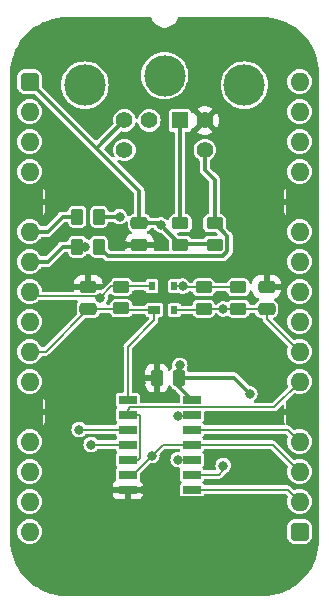
<source format=gtl>
%TF.GenerationSoftware,KiCad,Pcbnew,7.0.5*%
%TF.CreationDate,2024-02-19T14:38:08+02:00*%
%TF.ProjectId,PS2 Timing,50533220-5469-46d6-996e-672e6b696361,V1*%
%TF.SameCoordinates,PX6d01460PY32de760*%
%TF.FileFunction,Copper,L1,Top*%
%TF.FilePolarity,Positive*%
%FSLAX46Y46*%
G04 Gerber Fmt 4.6, Leading zero omitted, Abs format (unit mm)*
G04 Created by KiCad (PCBNEW 7.0.5) date 2024-02-19 14:38:08*
%MOMM*%
%LPD*%
G01*
G04 APERTURE LIST*
G04 Aperture macros list*
%AMRoundRect*
0 Rectangle with rounded corners*
0 $1 Rounding radius*
0 $2 $3 $4 $5 $6 $7 $8 $9 X,Y pos of 4 corners*
0 Add a 4 corners polygon primitive as box body*
4,1,4,$2,$3,$4,$5,$6,$7,$8,$9,$2,$3,0*
0 Add four circle primitives for the rounded corners*
1,1,$1+$1,$2,$3*
1,1,$1+$1,$4,$5*
1,1,$1+$1,$6,$7*
1,1,$1+$1,$8,$9*
0 Add four rect primitives between the rounded corners*
20,1,$1+$1,$2,$3,$4,$5,0*
20,1,$1+$1,$4,$5,$6,$7,0*
20,1,$1+$1,$6,$7,$8,$9,0*
20,1,$1+$1,$8,$9,$2,$3,0*%
G04 Aperture macros list end*
%TA.AperFunction,ComponentPad*%
%ADD10RoundRect,0.400000X-0.400000X-0.400000X0.400000X-0.400000X0.400000X0.400000X-0.400000X0.400000X0*%
%TD*%
%TA.AperFunction,ComponentPad*%
%ADD11O,1.600000X1.600000*%
%TD*%
%TA.AperFunction,ComponentPad*%
%ADD12R,1.600000X1.600000*%
%TD*%
%TA.AperFunction,SMDPad,CuDef*%
%ADD13RoundRect,0.250000X-0.475000X0.250000X-0.475000X-0.250000X0.475000X-0.250000X0.475000X0.250000X0*%
%TD*%
%TA.AperFunction,SMDPad,CuDef*%
%ADD14RoundRect,0.250000X0.262500X0.450000X-0.262500X0.450000X-0.262500X-0.450000X0.262500X-0.450000X0*%
%TD*%
%TA.AperFunction,SMDPad,CuDef*%
%ADD15RoundRect,0.250000X0.250000X0.475000X-0.250000X0.475000X-0.250000X-0.475000X0.250000X-0.475000X0*%
%TD*%
%TA.AperFunction,SMDPad,CuDef*%
%ADD16RoundRect,0.250000X-0.450000X0.262500X-0.450000X-0.262500X0.450000X-0.262500X0.450000X0.262500X0*%
%TD*%
%TA.AperFunction,SMDPad,CuDef*%
%ADD17RoundRect,0.250000X0.475000X-0.250000X0.475000X0.250000X-0.475000X0.250000X-0.475000X-0.250000X0*%
%TD*%
%TA.AperFunction,ComponentPad*%
%ADD18C,3.510000*%
%TD*%
%TA.AperFunction,ComponentPad*%
%ADD19R,1.400000X1.400000*%
%TD*%
%TA.AperFunction,ComponentPad*%
%ADD20C,1.400000*%
%TD*%
%TA.AperFunction,SMDPad,CuDef*%
%ADD21R,1.000000X0.700000*%
%TD*%
%TA.AperFunction,SMDPad,CuDef*%
%ADD22R,0.600000X0.700000*%
%TD*%
%TA.AperFunction,SMDPad,CuDef*%
%ADD23R,1.550000X0.650000*%
%TD*%
%TA.AperFunction,ViaPad*%
%ADD24C,0.800000*%
%TD*%
%TA.AperFunction,Conductor*%
%ADD25C,0.380000*%
%TD*%
%TA.AperFunction,Conductor*%
%ADD26C,0.200000*%
%TD*%
G04 APERTURE END LIST*
D10*
%TO.P,J2,1,Pin_1*%
%TO.N,/5V*%
X0Y0D03*
D11*
%TO.P,J2,2,Pin_2*%
%TO.N,unconnected-(J2-Pin_2-Pad2)*%
X0Y-2540000D03*
%TO.P,J2,3,Pin_3*%
%TO.N,unconnected-(J2-Pin_3-Pad3)*%
X0Y-5080000D03*
%TO.P,J2,4,Pin_4*%
%TO.N,unconnected-(J2-Pin_4-Pad4)*%
X0Y-7620000D03*
D12*
%TO.P,J2,5,Pin_5*%
%TO.N,/GND*%
X0Y-10160000D03*
D11*
%TO.P,J2,6,Pin_6*%
%TO.N,/Data*%
X0Y-12700000D03*
%TO.P,J2,7,Pin_7*%
%TO.N,/Clock*%
X0Y-15240000D03*
%TO.P,J2,8,Pin_8*%
%TO.N,/~{Clock}*%
X0Y-17780000D03*
%TO.P,J2,9,Pin_9*%
%TO.N,unconnected-(J2-Pin_9-Pad9)*%
X0Y-20320000D03*
%TO.P,J2,10,Pin_10*%
%TO.N,/RC Packet Pulse*%
X0Y-22860000D03*
%TO.P,J2,11,Pin_11*%
%TO.N,unconnected-(J2-Pin_11-Pad11)*%
X0Y-25400000D03*
D12*
%TO.P,J2,12,Pin_12*%
%TO.N,/GND*%
X0Y-27940000D03*
D11*
%TO.P,J2,13,Pin_13*%
%TO.N,unconnected-(J2-Pin_13-Pad13)*%
X0Y-30480000D03*
%TO.P,J2,14,Pin_14*%
%TO.N,unconnected-(J2-Pin_14-Pad14)*%
X0Y-33020000D03*
%TO.P,J2,15,Pin_15*%
%TO.N,unconnected-(J2-Pin_15-Pad15)*%
X0Y-35560000D03*
%TO.P,J2,16,Pin_16*%
%TO.N,unconnected-(J2-Pin_16-Pad16)*%
X0Y-38100000D03*
D10*
%TO.P,J2,17,Pin_17*%
%TO.N,/5V*%
X22860000Y-38100000D03*
D11*
%TO.P,J2,18,Pin_18*%
%TO.N,/~{Code Pulse}*%
X22860000Y-35560000D03*
%TO.P,J2,19,Pin_19*%
%TO.N,/Packet Pulse*%
X22860000Y-33020000D03*
%TO.P,J2,20,Pin_20*%
%TO.N,/Packet Pulse_{2}*%
X22860000Y-30480000D03*
D12*
%TO.P,J2,21,Pin_21*%
%TO.N,/GND*%
X22860000Y-27940000D03*
D11*
%TO.P,J2,22,Pin_22*%
%TO.N,/~{Packet Pulse}*%
X22860000Y-25400000D03*
%TO.P,J2,23,Pin_23*%
%TO.N,/RC Code Pulse*%
X22860000Y-22860000D03*
%TO.P,J2,24,Pin_24*%
%TO.N,unconnected-(J2-Pin_24-Pad24)*%
X22860000Y-20320000D03*
%TO.P,J2,25,Pin_25*%
%TO.N,unconnected-(J2-Pin_25-Pad25)*%
X22860000Y-17780000D03*
%TO.P,J2,26,Pin_26*%
%TO.N,unconnected-(J2-Pin_26-Pad26)*%
X22860000Y-15240000D03*
%TO.P,J2,27,Pin_27*%
%TO.N,unconnected-(J2-Pin_27-Pad27)*%
X22860000Y-12700000D03*
D12*
%TO.P,J2,28,Pin_28*%
%TO.N,/GND*%
X22860000Y-10160000D03*
D11*
%TO.P,J2,29,Pin_29*%
%TO.N,unconnected-(J2-Pin_29-Pad29)*%
X22860000Y-7620000D03*
%TO.P,J2,30,Pin_30*%
%TO.N,unconnected-(J2-Pin_30-Pad30)*%
X22860000Y-5080000D03*
%TO.P,J2,31,Pin_31*%
%TO.N,unconnected-(J2-Pin_31-Pad31)*%
X22860000Y-2540000D03*
%TO.P,J2,32,Pin_32*%
%TO.N,unconnected-(J2-Pin_32-Pad32)*%
X22860000Y0D03*
%TD*%
D13*
%TO.P,C1,1*%
%TO.N,/5V*%
X9296400Y-11969200D03*
%TO.P,C1,2*%
%TO.N,/GND*%
X9296400Y-13869200D03*
%TD*%
D14*
%TO.P,R4,1*%
%TO.N,/Data_{IN}*%
X5865500Y-11440000D03*
%TO.P,R4,2*%
%TO.N,/Data*%
X4040500Y-11440000D03*
%TD*%
D15*
%TO.P,C2,1*%
%TO.N,/5V*%
X12668800Y-25095200D03*
%TO.P,C2,2*%
%TO.N,/GND*%
X10768800Y-25095200D03*
%TD*%
D16*
%TO.P,R1,1*%
%TO.N,/Packet Pulse*%
X14742000Y-17405500D03*
%TO.P,R1,2*%
%TO.N,/RC Code Pulse*%
X14742000Y-19230500D03*
%TD*%
D17*
%TO.P,C4,1*%
%TO.N,/RC Code Pulse*%
X20066000Y-19252000D03*
%TO.P,C4,2*%
%TO.N,/GND*%
X20066000Y-17352000D03*
%TD*%
D16*
%TO.P,R8,1*%
%TO.N,/Data_{IN}*%
X12760800Y-11990700D03*
%TO.P,R8,2*%
%TO.N,/5V*%
X12760800Y-13815700D03*
%TD*%
D18*
%TO.P,J4,*%
%TO.N,*%
X4680000Y-292000D03*
X11430000Y508000D03*
X18180000Y-292000D03*
D19*
%TO.P,J4,1*%
%TO.N,/Data_{IN}*%
X12730000Y-3292000D03*
D20*
%TO.P,J4,2*%
%TO.N,unconnected-(J4-Pad2)*%
X10130000Y-3292000D03*
%TO.P,J4,3*%
%TO.N,/GND*%
X14830000Y-3292000D03*
%TO.P,J4,4*%
%TO.N,/5V*%
X8030000Y-3292000D03*
%TO.P,J4,5*%
%TO.N,/Clock_{IN}*%
X14830000Y-5792000D03*
%TO.P,J4,6*%
%TO.N,unconnected-(J4-Pad6)*%
X8030000Y-5792000D03*
%TD*%
D21*
%TO.P,D1,1,K1*%
%TO.N,/RC Packet Pulse*%
X10553000Y-19318000D03*
D22*
%TO.P,D1,2,K2*%
%TO.N,/RC Code Pulse*%
X12253000Y-19318000D03*
%TO.P,D1,3,A2*%
%TO.N,/Packet Pulse*%
X12253000Y-17318000D03*
%TO.P,D1,4,A1*%
%TO.N,/~{Clock}*%
X10353000Y-17318000D03*
%TD*%
D14*
%TO.P,R5,1*%
%TO.N,/Clock_{IN}*%
X5865500Y-13980000D03*
%TO.P,R5,2*%
%TO.N,/Clock*%
X4040500Y-13980000D03*
%TD*%
D17*
%TO.P,C3,1*%
%TO.N,/RC Packet Pulse*%
X4953000Y-19252000D03*
%TO.P,C3,2*%
%TO.N,/GND*%
X4953000Y-17352000D03*
%TD*%
D16*
%TO.P,R6,1*%
%TO.N,/Clock_{IN}*%
X15656400Y-11990700D03*
%TO.P,R6,2*%
%TO.N,/5V*%
X15656400Y-13815700D03*
%TD*%
D23*
%TO.P,IC4,1,1A*%
%TO.N,/RC Packet Pulse*%
X8298600Y-26924000D03*
%TO.P,IC4,2,1Y*%
%TO.N,/~{Packet Pulse}*%
X8298600Y-28194000D03*
%TO.P,IC4,3,2A*%
%TO.N,/Clock*%
X8298600Y-29464000D03*
%TO.P,IC4,4,2Y*%
%TO.N,/~{Clock}*%
X8298600Y-30734000D03*
%TO.P,IC4,5,3A*%
%TO.N,/~{Packet Pulse}*%
X8298600Y-32004000D03*
%TO.P,IC4,6,3Y*%
%TO.N,/Packet Pulse*%
X8298600Y-33274000D03*
%TO.P,IC4,7,GND*%
%TO.N,/GND*%
X8298600Y-34544000D03*
%TO.P,IC4,8,4Y*%
%TO.N,/~{Code Pulse}*%
X13748600Y-34544000D03*
%TO.P,IC4,9,4A*%
%TO.N,/RC Code Pulse*%
X13748600Y-33274000D03*
%TO.P,IC4,10,5Y*%
%TO.N,/~{Packet Pulse}_{2}*%
X13748600Y-32004000D03*
%TO.P,IC4,11,5A*%
%TO.N,/Packet Pulse*%
X13748600Y-30734000D03*
%TO.P,IC4,12,6Y*%
%TO.N,/Packet Pulse_{2}*%
X13748600Y-29464000D03*
%TO.P,IC4,13,6A*%
%TO.N,/~{Packet Pulse}_{2}*%
X13748600Y-28194000D03*
%TO.P,IC4,14,5V*%
%TO.N,/5V*%
X13748600Y-26924000D03*
%TD*%
D16*
%TO.P,R3,1*%
%TO.N,/~{Clock}*%
X7757000Y-17375500D03*
%TO.P,R3,2*%
%TO.N,/RC Packet Pulse*%
X7757000Y-19200500D03*
%TD*%
%TO.P,R2,1*%
%TO.N,/Packet Pulse*%
X17663000Y-17405500D03*
%TO.P,R2,2*%
%TO.N,/RC Code Pulse*%
X17663000Y-19230500D03*
%TD*%
D24*
%TO.N,/5V*%
X18656300Y-26428700D03*
X11125200Y-12141200D03*
X12719600Y-24008784D03*
%TO.N,/GND*%
X9652000Y-34544000D03*
X15367000Y-35814000D03*
X8001000Y-13843000D03*
X9398000Y-25527000D03*
X15367000Y-28575000D03*
%TO.N,/Clock*%
X4191000Y-29464000D03*
X4699000Y-13970000D03*
%TO.N,/RC Code Pulse*%
X16383000Y-19253200D03*
X16383000Y-32512000D03*
%TO.N,/Packet Pulse*%
X10343301Y-31679299D03*
X12953999Y-17317999D03*
%TO.N,/~{Clock}*%
X5207000Y-30734000D03*
X5969000Y-18288000D03*
%TO.N,/~{Packet Pulse}_{2}*%
X12573000Y-32004000D03*
X12573000Y-28295600D03*
%TO.N,/Data_{IN}*%
X7620000Y-11430000D03*
%TD*%
D25*
%TO.N,/GND*%
X0Y-28575000D02*
X0Y-27940000D01*
X15367000Y-35814000D02*
X7239000Y-35814000D01*
X7239000Y-35814000D02*
X0Y-28575000D01*
%TO.N,/Clock_{IN}*%
X15656400Y-8290400D02*
X15656400Y-11990700D01*
X14830000Y-7464000D02*
X15656400Y-8290400D01*
X14830000Y-5792000D02*
X14830000Y-7464000D01*
%TO.N,/Data_{IN}*%
X12730000Y-3292000D02*
X12730000Y-11513500D01*
X12730000Y-11513500D02*
X12984000Y-11767500D01*
%TO.N,/5V*%
X5651500Y-5651500D02*
X9296400Y-9296400D01*
X0Y0D02*
X5651500Y-5651500D01*
X5651500Y-5651500D02*
X5670500Y-5651500D01*
X5670500Y-5651500D02*
X8030000Y-3292000D01*
X9296400Y-9296400D02*
X9296400Y-11969200D01*
X11125200Y-12180100D02*
X11125200Y-12141200D01*
X12668800Y-25095200D02*
X12668800Y-25844200D01*
X10953200Y-11969200D02*
X11125200Y-12141200D01*
X12760800Y-13815700D02*
X11125200Y-12180100D01*
X12719600Y-24797600D02*
X12719600Y-24008784D01*
X17292800Y-25065200D02*
X18656300Y-26428700D01*
X12668800Y-25844200D02*
X13748600Y-26924000D01*
X12698800Y-25065200D02*
X17292800Y-25065200D01*
X9296400Y-11969200D02*
X10953200Y-11969200D01*
X12811600Y-13764900D02*
X15605600Y-13764900D01*
%TO.N,/GND*%
X10768800Y-25095200D02*
X9829800Y-25095200D01*
X8298600Y-34544000D02*
X9652000Y-34544000D01*
X9270200Y-13843000D02*
X8001000Y-13843000D01*
X20701000Y-28448000D02*
X20574000Y-28575000D01*
X21209000Y-27940000D02*
X20701000Y-28448000D01*
X22860000Y-27940000D02*
X21209000Y-27940000D01*
X20574000Y-28575000D02*
X15367000Y-28575000D01*
X9829800Y-25095200D02*
X9398000Y-25527000D01*
%TO.N,/Data*%
X1524000Y-12700000D02*
X0Y-12700000D01*
X2784000Y-11440000D02*
X1524000Y-12700000D01*
X4040500Y-11440000D02*
X2784000Y-11440000D01*
D26*
%TO.N,/Clock*%
X4689000Y-13980000D02*
X4699000Y-13970000D01*
X8298600Y-29464000D02*
X4191000Y-29464000D01*
D25*
X4040500Y-13980000D02*
X2784000Y-13980000D01*
X2784000Y-13980000D02*
X1524000Y-15240000D01*
D26*
X4040500Y-13980000D02*
X4689000Y-13980000D01*
D25*
X1524000Y-15240000D02*
X0Y-15240000D01*
D26*
%TO.N,/RC Packet Pulse*%
X10553000Y-19318000D02*
X7874500Y-19318000D01*
X8298600Y-22435400D02*
X10553000Y-20181000D01*
X10553000Y-20181000D02*
X10553000Y-19318000D01*
X1345000Y-22860000D02*
X0Y-22860000D01*
X4953000Y-19252000D02*
X1345000Y-22860000D01*
X7727000Y-19230500D02*
X4974500Y-19230500D01*
X8298600Y-26753400D02*
X8298600Y-22435400D01*
%TO.N,/RC Code Pulse*%
X16383000Y-32893000D02*
X16383000Y-32512000D01*
X14764700Y-19253200D02*
X16383000Y-19253200D01*
X20066000Y-20066000D02*
X22860000Y-22860000D01*
X13748600Y-33274000D02*
X16002000Y-33274000D01*
X16002000Y-33274000D02*
X16383000Y-32893000D01*
X14654500Y-19318000D02*
X12253000Y-19318000D01*
X20066000Y-19252000D02*
X20066000Y-20066000D01*
X17640300Y-19253200D02*
X16383000Y-19253200D01*
X17663000Y-19230500D02*
X20044500Y-19230500D01*
%TO.N,/Packet Pulse*%
X14742000Y-17405500D02*
X13041500Y-17405500D01*
X11288600Y-30734000D02*
X10343301Y-31679299D01*
X8748600Y-33274000D02*
X10343301Y-31679299D01*
X12253000Y-17318000D02*
X12953999Y-17317999D01*
X13748600Y-30734000D02*
X20574000Y-30734000D01*
X13748600Y-30734000D02*
X11288600Y-30734000D01*
X14742000Y-17405500D02*
X17663000Y-17405500D01*
X13041500Y-17405500D02*
X12953999Y-17317999D01*
X20574000Y-30734000D02*
X22860000Y-33020000D01*
%TO.N,/~{Clock}*%
X7874500Y-17318000D02*
X10353000Y-17318000D01*
X6913400Y-17343600D02*
X5969000Y-18288000D01*
X8298600Y-30734000D02*
X5207000Y-30734000D01*
X7725100Y-17343600D02*
X6913400Y-17343600D01*
X5833000Y-18152000D02*
X5969000Y-18288000D01*
X372000Y-18152000D02*
X5833000Y-18152000D01*
%TO.N,/Packet Pulse_{2}*%
X21844000Y-29464000D02*
X22860000Y-30480000D01*
X13748600Y-29464000D02*
X21844000Y-29464000D01*
%TO.N,/~{Code Pulse}*%
X21844000Y-34544000D02*
X22860000Y-35560000D01*
X13748600Y-34544000D02*
X21844000Y-34544000D01*
%TO.N,/~{Packet Pulse}*%
X8298600Y-32004000D02*
X9194800Y-32004000D01*
X9373600Y-31825200D02*
X9373600Y-28322000D01*
X8298600Y-27784800D02*
X8534400Y-27549000D01*
X9245600Y-28194000D02*
X8298600Y-28194000D01*
X9194800Y-32004000D02*
X9373600Y-31825200D01*
X9373600Y-28322000D02*
X9245600Y-28194000D01*
X8298600Y-28194000D02*
X8298600Y-27784800D01*
X20711000Y-27549000D02*
X22860000Y-25400000D01*
X8534400Y-27549000D02*
X20711000Y-27549000D01*
%TO.N,/~{Packet Pulse}_{2}*%
X13748600Y-32004000D02*
X12573000Y-32004000D01*
X13647000Y-28295600D02*
X12573000Y-28295600D01*
D25*
%TO.N,/Data_{IN}*%
X5865500Y-11440000D02*
X7610000Y-11440000D01*
X7610000Y-11440000D02*
X7620000Y-11430000D01*
%TO.N,/Clock_{IN}*%
X16355800Y-14759200D02*
X6644700Y-14759200D01*
X15656400Y-11990700D02*
X16746400Y-13080700D01*
X16746400Y-14368600D02*
X16355800Y-14759200D01*
X16746400Y-13080700D02*
X16746400Y-14368600D01*
X6644700Y-14759200D02*
X5865500Y-13980000D01*
%TD*%
%TA.AperFunction,Conductor*%
%TO.N,/GND*%
G36*
X1143000Y-520039D02*
G01*
X1086819Y-463858D01*
X1053334Y-402535D01*
X1050500Y-376177D01*
X1050500Y465687D01*
X1050499Y465702D01*
X1047598Y502568D01*
X1047597Y502574D01*
X1001745Y660394D01*
X1001744Y660397D01*
X1001744Y660398D01*
X918081Y801865D01*
X918079Y801867D01*
X918076Y801871D01*
X801870Y918077D01*
X801862Y918083D01*
X660396Y1001745D01*
X660393Y1001746D01*
X502573Y1047598D01*
X502567Y1047599D01*
X465701Y1050500D01*
X465694Y1050500D01*
X-465694Y1050500D01*
X-465702Y1050500D01*
X-502568Y1047599D01*
X-502574Y1047598D01*
X-660394Y1001746D01*
X-660397Y1001745D01*
X-801863Y918083D01*
X-801871Y918077D01*
X-918077Y801871D01*
X-918083Y801863D01*
X-1001745Y660397D01*
X-1001746Y660394D01*
X-1047598Y502574D01*
X-1047599Y502568D01*
X-1050500Y465702D01*
X-1050500Y-465701D01*
X-1047599Y-502567D01*
X-1047598Y-502573D01*
X-1001746Y-660393D01*
X-1001745Y-660396D01*
X-918083Y-801862D01*
X-918077Y-801870D01*
X-801871Y-918076D01*
X-801867Y-918079D01*
X-801865Y-918081D01*
X-660398Y-1001744D01*
X-618776Y-1013836D01*
X-502574Y-1047597D01*
X-502571Y-1047597D01*
X-502569Y-1047598D01*
X-465694Y-1050500D01*
X376177Y-1050500D01*
X443216Y-1070185D01*
X463858Y-1086819D01*
X1143000Y-1765961D01*
X1143000Y-12259500D01*
X1030020Y-12259500D01*
X962981Y-12239815D01*
X920662Y-12193954D01*
X877685Y-12113550D01*
X825702Y-12050209D01*
X746410Y-11953589D01*
X586452Y-11822317D01*
X586453Y-11822317D01*
X586450Y-11822315D01*
X403954Y-11724768D01*
X205934Y-11664700D01*
X205932Y-11664699D01*
X205934Y-11664699D01*
X18463Y-11646235D01*
X0Y-11644417D01*
X-1Y-11644417D01*
X-205933Y-11664699D01*
X-403957Y-11724769D01*
X-514102Y-11783643D01*
X-586450Y-11822315D01*
X-586452Y-11822316D01*
X-586453Y-11822317D01*
X-746411Y-11953589D01*
X-877683Y-12113547D01*
X-975231Y-12296043D01*
X-1035301Y-12494067D01*
X-1055583Y-12700000D01*
X-1035301Y-12905932D01*
X-1035300Y-12905934D01*
X-975232Y-13103954D01*
X-877685Y-13286450D01*
X-877683Y-13286452D01*
X-746411Y-13446410D01*
X-649791Y-13525702D01*
X-586450Y-13577685D01*
X-403954Y-13675232D01*
X-205934Y-13735300D01*
X-205935Y-13735300D01*
X-187471Y-13737118D01*
X0Y-13755583D01*
X205934Y-13735300D01*
X403954Y-13675232D01*
X586450Y-13577685D01*
X746410Y-13446410D01*
X877685Y-13286450D01*
X920662Y-13206045D01*
X969625Y-13156202D01*
X1030020Y-13140500D01*
X1143000Y-13140500D01*
X1143000Y-14799500D01*
X1030020Y-14799500D01*
X962981Y-14779815D01*
X920662Y-14733954D01*
X877685Y-14653550D01*
X825702Y-14590209D01*
X746410Y-14493589D01*
X586452Y-14362317D01*
X586453Y-14362317D01*
X586450Y-14362315D01*
X403954Y-14264768D01*
X205934Y-14204700D01*
X205932Y-14204699D01*
X205934Y-14204699D01*
X0Y-14184417D01*
X-205933Y-14204699D01*
X-403957Y-14264769D01*
X-514102Y-14323643D01*
X-586450Y-14362315D01*
X-586452Y-14362316D01*
X-586453Y-14362317D01*
X-746411Y-14493589D01*
X-877683Y-14653547D01*
X-975231Y-14836043D01*
X-1035301Y-15034067D01*
X-1055583Y-15239999D01*
X-1035301Y-15445932D01*
X-1035300Y-15445934D01*
X-975232Y-15643954D01*
X-877685Y-15826450D01*
X-877683Y-15826452D01*
X-746411Y-15986410D01*
X-649791Y-16065702D01*
X-586450Y-16117685D01*
X-403954Y-16215232D01*
X-205934Y-16275300D01*
X-205935Y-16275300D01*
X-185652Y-16277297D01*
X0Y-16295583D01*
X205934Y-16275300D01*
X403954Y-16215232D01*
X586450Y-16117685D01*
X746410Y-15986410D01*
X877685Y-15826450D01*
X920662Y-15746045D01*
X969625Y-15696202D01*
X1030020Y-15680500D01*
X1143000Y-15680500D01*
X1143000Y-17793546D01*
X1103049Y-17781815D01*
X1057294Y-17729011D01*
X1046685Y-17689655D01*
X1035300Y-17574067D01*
X1035300Y-17574066D01*
X975232Y-17376046D01*
X877685Y-17193550D01*
X825702Y-17130209D01*
X746410Y-17033589D01*
X586452Y-16902317D01*
X586453Y-16902317D01*
X586450Y-16902315D01*
X403954Y-16804768D01*
X205934Y-16744700D01*
X205932Y-16744699D01*
X205934Y-16744699D01*
X18463Y-16726235D01*
X0Y-16724417D01*
X-1Y-16724417D01*
X-205933Y-16744699D01*
X-403957Y-16804769D01*
X-514102Y-16863643D01*
X-586450Y-16902315D01*
X-586452Y-16902316D01*
X-586453Y-16902317D01*
X-746411Y-17033589D01*
X-877683Y-17193547D01*
X-975231Y-17376043D01*
X-1035301Y-17574067D01*
X-1055583Y-17780000D01*
X-1035301Y-17985932D01*
X-1035300Y-17985934D01*
X-975232Y-18183954D01*
X-877685Y-18366450D01*
X-877683Y-18366452D01*
X-746411Y-18526410D01*
X-649791Y-18605702D01*
X-586450Y-18657685D01*
X-403954Y-18755232D01*
X-205934Y-18815300D01*
X-205935Y-18815300D01*
X-187471Y-18817118D01*
X0Y-18835583D01*
X205934Y-18815300D01*
X403954Y-18755232D01*
X586450Y-18657685D01*
X699490Y-18564915D01*
X741249Y-18530646D01*
X805559Y-18503334D01*
X819913Y-18502500D01*
X1143000Y-18502500D01*
X1143000Y-22509500D01*
X1078127Y-22509500D01*
X1011088Y-22489815D01*
X968769Y-22443954D01*
X949879Y-22408615D01*
X877685Y-22273550D01*
X825702Y-22210209D01*
X746410Y-22113589D01*
X586452Y-21982317D01*
X586453Y-21982317D01*
X586450Y-21982315D01*
X403954Y-21884768D01*
X205934Y-21824700D01*
X205932Y-21824699D01*
X205934Y-21824699D01*
X18463Y-21806235D01*
X0Y-21804417D01*
X-1Y-21804417D01*
X-205933Y-21824699D01*
X-403957Y-21884769D01*
X-514102Y-21943643D01*
X-586450Y-21982315D01*
X-586452Y-21982316D01*
X-586453Y-21982317D01*
X-746411Y-22113589D01*
X-877683Y-22273547D01*
X-975231Y-22456043D01*
X-1035301Y-22654067D01*
X-1055583Y-22860000D01*
X-1035301Y-23065932D01*
X-1005266Y-23164943D01*
X-975232Y-23263954D01*
X-877685Y-23446450D01*
X-877683Y-23446452D01*
X-746411Y-23606410D01*
X-649791Y-23685702D01*
X-586450Y-23737685D01*
X-403954Y-23835232D01*
X-205934Y-23895300D01*
X-205935Y-23895300D01*
X-187471Y-23897118D01*
X0Y-23915583D01*
X205934Y-23895300D01*
X403954Y-23835232D01*
X586450Y-23737685D01*
X746410Y-23606410D01*
X877685Y-23446450D01*
X968768Y-23276046D01*
X1017732Y-23226202D01*
X1078127Y-23210500D01*
X1143000Y-23210500D01*
X1143000Y-43115755D01*
X1136464Y-43113048D01*
X1131567Y-43110765D01*
X762635Y-42918712D01*
X757972Y-42916018D01*
X407194Y-42692548D01*
X402768Y-42689449D01*
X72802Y-42436258D01*
X68657Y-42432779D01*
X-237976Y-42151801D01*
X-241802Y-42147975D01*
X-522780Y-41841342D01*
X-526259Y-41837197D01*
X-779450Y-41507231D01*
X-782546Y-41502809D01*
X-1006024Y-41152020D01*
X-1008709Y-41147371D01*
X-1200771Y-40778422D01*
X-1203042Y-40773552D01*
X-1362211Y-40389286D01*
X-1364060Y-40384205D01*
X-1489133Y-39987525D01*
X-1490523Y-39982335D01*
X-1580546Y-39576268D01*
X-1581481Y-39570967D01*
X-1635771Y-39158589D01*
X-1636240Y-39153236D01*
X-1654441Y-38736350D01*
X-1654500Y-38733646D01*
X-1654500Y-38099999D01*
X-1055583Y-38099999D01*
X-1035301Y-38305932D01*
X-1035300Y-38305934D01*
X-975232Y-38503954D01*
X-877685Y-38686450D01*
X-877683Y-38686452D01*
X-746411Y-38846410D01*
X-649791Y-38925702D01*
X-586450Y-38977685D01*
X-403954Y-39075232D01*
X-205934Y-39135300D01*
X-205935Y-39135300D01*
X-187471Y-39137118D01*
X0Y-39155583D01*
X205934Y-39135300D01*
X403954Y-39075232D01*
X586450Y-38977685D01*
X746410Y-38846410D01*
X877685Y-38686450D01*
X975232Y-38503954D01*
X1035300Y-38305934D01*
X1055583Y-38100000D01*
X1035300Y-37894066D01*
X975232Y-37696046D01*
X877685Y-37513550D01*
X825702Y-37450209D01*
X746410Y-37353589D01*
X586452Y-37222317D01*
X586453Y-37222317D01*
X586450Y-37222315D01*
X403954Y-37124768D01*
X205934Y-37064700D01*
X205932Y-37064699D01*
X205934Y-37064699D01*
X18463Y-37046235D01*
X0Y-37044417D01*
X-1Y-37044417D01*
X-205933Y-37064699D01*
X-403957Y-37124769D01*
X-514103Y-37183643D01*
X-586450Y-37222315D01*
X-586452Y-37222316D01*
X-586453Y-37222317D01*
X-746411Y-37353589D01*
X-877683Y-37513547D01*
X-975231Y-37696043D01*
X-1035301Y-37894067D01*
X-1055583Y-38099999D01*
X-1654500Y-38099999D01*
X-1654500Y-35560000D01*
X-1055583Y-35560000D01*
X-1035301Y-35765932D01*
X-1035300Y-35765934D01*
X-975232Y-35963954D01*
X-877685Y-36146450D01*
X-877683Y-36146452D01*
X-746411Y-36306410D01*
X-649791Y-36385702D01*
X-586450Y-36437685D01*
X-403954Y-36535232D01*
X-205934Y-36595300D01*
X-205935Y-36595300D01*
X-187471Y-36597118D01*
X0Y-36615583D01*
X205934Y-36595300D01*
X403954Y-36535232D01*
X586450Y-36437685D01*
X746410Y-36306410D01*
X877685Y-36146450D01*
X975232Y-35963954D01*
X1035300Y-35765934D01*
X1055583Y-35560000D01*
X1035300Y-35354066D01*
X975232Y-35156046D01*
X877685Y-34973550D01*
X825702Y-34910209D01*
X746410Y-34813589D01*
X586452Y-34682317D01*
X586453Y-34682317D01*
X586450Y-34682315D01*
X403954Y-34584768D01*
X205934Y-34524700D01*
X205932Y-34524699D01*
X205934Y-34524699D01*
X0Y-34504417D01*
X-205933Y-34524699D01*
X-403957Y-34584769D01*
X-514103Y-34643643D01*
X-586450Y-34682315D01*
X-586452Y-34682316D01*
X-586453Y-34682317D01*
X-746411Y-34813589D01*
X-877683Y-34973547D01*
X-975231Y-35156043D01*
X-1035301Y-35354067D01*
X-1055583Y-35560000D01*
X-1654500Y-35560000D01*
X-1654500Y-33019999D01*
X-1055583Y-33019999D01*
X-1035301Y-33225932D01*
X-1035300Y-33225934D01*
X-975232Y-33423954D01*
X-877685Y-33606450D01*
X-877683Y-33606452D01*
X-746411Y-33766410D01*
X-649791Y-33845702D01*
X-586450Y-33897685D01*
X-403954Y-33995232D01*
X-205934Y-34055300D01*
X-205935Y-34055300D01*
X-185653Y-34057297D01*
X0Y-34075583D01*
X205934Y-34055300D01*
X403954Y-33995232D01*
X586450Y-33897685D01*
X746410Y-33766410D01*
X877685Y-33606450D01*
X975232Y-33423954D01*
X1035300Y-33225934D01*
X1055583Y-33020000D01*
X1035300Y-32814066D01*
X975232Y-32616046D01*
X877685Y-32433550D01*
X825702Y-32370209D01*
X746410Y-32273589D01*
X586452Y-32142317D01*
X586453Y-32142317D01*
X586450Y-32142315D01*
X403954Y-32044768D01*
X205934Y-31984700D01*
X205932Y-31984699D01*
X205934Y-31984699D01*
X0Y-31964417D01*
X-205933Y-31984699D01*
X-403957Y-32044769D01*
X-514103Y-32103643D01*
X-586450Y-32142315D01*
X-586452Y-32142316D01*
X-586453Y-32142317D01*
X-746411Y-32273589D01*
X-877683Y-32433547D01*
X-975231Y-32616043D01*
X-1035301Y-32814067D01*
X-1055583Y-33019999D01*
X-1654500Y-33019999D01*
X-1654500Y-30480000D01*
X-1055583Y-30480000D01*
X-1035301Y-30685932D01*
X-1035300Y-30685934D01*
X-975232Y-30883954D01*
X-877685Y-31066450D01*
X-877683Y-31066452D01*
X-746411Y-31226410D01*
X-649791Y-31305702D01*
X-586450Y-31357685D01*
X-403954Y-31455232D01*
X-205934Y-31515300D01*
X-205935Y-31515300D01*
X-187471Y-31517118D01*
X0Y-31535583D01*
X205934Y-31515300D01*
X403954Y-31455232D01*
X586450Y-31357685D01*
X746410Y-31226410D01*
X877685Y-31066450D01*
X975232Y-30883954D01*
X1035300Y-30685934D01*
X1055583Y-30480000D01*
X1035300Y-30274066D01*
X975232Y-30076046D01*
X877685Y-29893550D01*
X825702Y-29830209D01*
X746410Y-29733589D01*
X586452Y-29602317D01*
X586453Y-29602317D01*
X586450Y-29602315D01*
X403954Y-29504768D01*
X205934Y-29444700D01*
X205932Y-29444699D01*
X205934Y-29444699D01*
X0Y-29424417D01*
X-205933Y-29444699D01*
X-403957Y-29504769D01*
X-514103Y-29563643D01*
X-586450Y-29602315D01*
X-586452Y-29602316D01*
X-586453Y-29602317D01*
X-746411Y-29733589D01*
X-877683Y-29893547D01*
X-975231Y-30076043D01*
X-1035301Y-30274067D01*
X-1055583Y-30480000D01*
X-1654500Y-30480000D01*
X-1654500Y-25399999D01*
X-1055583Y-25399999D01*
X-1035301Y-25605932D01*
X-1035300Y-25605934D01*
X-975232Y-25803954D01*
X-877685Y-25986450D01*
X-877683Y-25986452D01*
X-746411Y-26146410D01*
X-649791Y-26225702D01*
X-586450Y-26277685D01*
X-403954Y-26375232D01*
X-205934Y-26435300D01*
X-205935Y-26435300D01*
X-187471Y-26437118D01*
X0Y-26455583D01*
X205934Y-26435300D01*
X403954Y-26375232D01*
X586450Y-26277685D01*
X746410Y-26146410D01*
X877685Y-25986450D01*
X975232Y-25803954D01*
X1035300Y-25605934D01*
X1055583Y-25400000D01*
X1035300Y-25194066D01*
X975232Y-24996046D01*
X877685Y-24813550D01*
X825702Y-24750209D01*
X746410Y-24653589D01*
X586452Y-24522317D01*
X586453Y-24522317D01*
X586450Y-24522315D01*
X403954Y-24424768D01*
X205934Y-24364700D01*
X205932Y-24364699D01*
X205934Y-24364699D01*
X0Y-24344417D01*
X-205933Y-24364699D01*
X-403957Y-24424769D01*
X-514103Y-24483643D01*
X-586450Y-24522315D01*
X-586452Y-24522316D01*
X-586453Y-24522317D01*
X-746411Y-24653589D01*
X-877683Y-24813547D01*
X-975231Y-24996043D01*
X-1035301Y-25194067D01*
X-1055583Y-25399999D01*
X-1654500Y-25399999D01*
X-1654500Y-20319999D01*
X-1055583Y-20319999D01*
X-1035301Y-20525932D01*
X-1035300Y-20525934D01*
X-975232Y-20723954D01*
X-877685Y-20906450D01*
X-877683Y-20906452D01*
X-746411Y-21066410D01*
X-649791Y-21145702D01*
X-586450Y-21197685D01*
X-403954Y-21295232D01*
X-205934Y-21355300D01*
X-205935Y-21355300D01*
X-185653Y-21357297D01*
X0Y-21375583D01*
X205934Y-21355300D01*
X403954Y-21295232D01*
X586450Y-21197685D01*
X746410Y-21066410D01*
X877685Y-20906450D01*
X975232Y-20723954D01*
X1035300Y-20525934D01*
X1055583Y-20320000D01*
X1035300Y-20114066D01*
X975232Y-19916046D01*
X877685Y-19733550D01*
X825702Y-19670209D01*
X746410Y-19573589D01*
X586452Y-19442317D01*
X586453Y-19442317D01*
X586450Y-19442315D01*
X403954Y-19344768D01*
X205934Y-19284700D01*
X205932Y-19284699D01*
X205934Y-19284699D01*
X0Y-19264417D01*
X-205933Y-19284699D01*
X-403957Y-19344769D01*
X-514102Y-19403643D01*
X-586450Y-19442315D01*
X-586452Y-19442316D01*
X-586453Y-19442317D01*
X-746411Y-19573589D01*
X-877683Y-19733547D01*
X-975231Y-19916043D01*
X-1035301Y-20114067D01*
X-1055583Y-20319999D01*
X-1654500Y-20319999D01*
X-1654500Y-7619999D01*
X-1055583Y-7619999D01*
X-1035301Y-7825932D01*
X-1035300Y-7825934D01*
X-975232Y-8023954D01*
X-877685Y-8206450D01*
X-877683Y-8206452D01*
X-746411Y-8366410D01*
X-649791Y-8445702D01*
X-586450Y-8497685D01*
X-403954Y-8595232D01*
X-205934Y-8655300D01*
X-205935Y-8655300D01*
X-187471Y-8657118D01*
X0Y-8675583D01*
X205934Y-8655300D01*
X403954Y-8595232D01*
X586450Y-8497685D01*
X746410Y-8366410D01*
X877685Y-8206450D01*
X975232Y-8023954D01*
X1035300Y-7825934D01*
X1055583Y-7620000D01*
X1035300Y-7414066D01*
X975232Y-7216046D01*
X877685Y-7033550D01*
X825702Y-6970209D01*
X746410Y-6873589D01*
X586452Y-6742317D01*
X586453Y-6742317D01*
X586450Y-6742315D01*
X403954Y-6644768D01*
X205934Y-6584700D01*
X205932Y-6584699D01*
X205934Y-6584699D01*
X0Y-6564417D01*
X-205933Y-6584699D01*
X-403957Y-6644769D01*
X-514102Y-6703643D01*
X-586450Y-6742315D01*
X-586452Y-6742316D01*
X-586453Y-6742317D01*
X-746411Y-6873589D01*
X-877683Y-7033547D01*
X-975231Y-7216043D01*
X-1035301Y-7414067D01*
X-1055583Y-7619999D01*
X-1654500Y-7619999D01*
X-1654500Y-5080000D01*
X-1055583Y-5080000D01*
X-1035301Y-5285932D01*
X-1035300Y-5285934D01*
X-975232Y-5483954D01*
X-877685Y-5666450D01*
X-877683Y-5666452D01*
X-746411Y-5826410D01*
X-670744Y-5888507D01*
X-586450Y-5957685D01*
X-403954Y-6055232D01*
X-205934Y-6115300D01*
X-205935Y-6115300D01*
X-187471Y-6117118D01*
X0Y-6135583D01*
X205934Y-6115300D01*
X403954Y-6055232D01*
X586450Y-5957685D01*
X746410Y-5826410D01*
X877685Y-5666450D01*
X975232Y-5483954D01*
X1035300Y-5285934D01*
X1055583Y-5080000D01*
X1035300Y-4874066D01*
X975232Y-4676046D01*
X877685Y-4493550D01*
X825702Y-4430209D01*
X746410Y-4333589D01*
X586452Y-4202317D01*
X586453Y-4202317D01*
X586450Y-4202315D01*
X403954Y-4104768D01*
X205934Y-4044700D01*
X205932Y-4044699D01*
X205934Y-4044699D01*
X0Y-4024417D01*
X-205933Y-4044699D01*
X-403957Y-4104769D01*
X-514102Y-4163643D01*
X-586450Y-4202315D01*
X-586452Y-4202316D01*
X-586453Y-4202317D01*
X-746411Y-4333589D01*
X-877683Y-4493547D01*
X-975231Y-4676043D01*
X-1035301Y-4874067D01*
X-1055583Y-5080000D01*
X-1654500Y-5080000D01*
X-1654500Y-2539999D01*
X-1055583Y-2539999D01*
X-1035301Y-2745932D01*
X-1035300Y-2745934D01*
X-975232Y-2943954D01*
X-877685Y-3126450D01*
X-877683Y-3126452D01*
X-746411Y-3286410D01*
X-649791Y-3365702D01*
X-586450Y-3417685D01*
X-403954Y-3515232D01*
X-205934Y-3575300D01*
X-205935Y-3575300D01*
X-187471Y-3577118D01*
X0Y-3595583D01*
X205934Y-3575300D01*
X403954Y-3515232D01*
X586450Y-3417685D01*
X746410Y-3286410D01*
X877685Y-3126450D01*
X975232Y-2943954D01*
X1035300Y-2745934D01*
X1055583Y-2540000D01*
X1035300Y-2334066D01*
X975232Y-2136046D01*
X877685Y-1953550D01*
X825702Y-1890209D01*
X746410Y-1793589D01*
X586452Y-1662317D01*
X586453Y-1662317D01*
X586450Y-1662315D01*
X403954Y-1564768D01*
X205934Y-1504700D01*
X205932Y-1504699D01*
X205934Y-1504699D01*
X0Y-1484417D01*
X-205933Y-1504699D01*
X-403957Y-1564769D01*
X-514102Y-1623643D01*
X-586450Y-1662315D01*
X-586452Y-1662316D01*
X-586453Y-1662317D01*
X-746411Y-1793589D01*
X-877683Y-1953547D01*
X-975231Y-2136043D01*
X-1035301Y-2334067D01*
X-1055583Y-2539999D01*
X-1654500Y-2539999D01*
X-1654500Y633648D01*
X-1654441Y636352D01*
X-1647215Y801863D01*
X-1636240Y1053239D01*
X-1635771Y1058588D01*
X-1581480Y1470972D01*
X-1580544Y1476275D01*
X-1524331Y1729836D01*
X-1490522Y1882342D01*
X-1489134Y1887521D01*
X-1364057Y2284217D01*
X-1362214Y2289279D01*
X-1203038Y2673562D01*
X-1200775Y2678414D01*
X-1008703Y3047382D01*
X-1006030Y3052011D01*
X-782539Y3402821D01*
X-779460Y3407219D01*
X-526247Y3737214D01*
X-522788Y3741335D01*
X-241791Y4047988D01*
X-237988Y4051791D01*
X68665Y4332788D01*
X72786Y4336247D01*
X402781Y4589460D01*
X407179Y4592539D01*
X757989Y4816030D01*
X762618Y4818703D01*
X1131586Y5010775D01*
X1136457Y5013046D01*
X1143000Y5015756D01*
X1143000Y-520039D01*
G37*
%TD.AperFunction*%
%TD*%
%TA.AperFunction,Conductor*%
%TO.N,/GND*%
G36*
X6797775Y-19600685D02*
G01*
X6843530Y-19653489D01*
X6846918Y-19661667D01*
X6863202Y-19705328D01*
X6863206Y-19705335D01*
X6949452Y-19820544D01*
X6949455Y-19820547D01*
X7064664Y-19906793D01*
X7064671Y-19906797D01*
X7199517Y-19957091D01*
X7199516Y-19957091D01*
X7206444Y-19957835D01*
X7259127Y-19963500D01*
X8254872Y-19963499D01*
X8314483Y-19957091D01*
X8449331Y-19906796D01*
X8564546Y-19820546D01*
X8641171Y-19718188D01*
X8697104Y-19676318D01*
X8740437Y-19668500D01*
X9695927Y-19668500D01*
X9762966Y-19688185D01*
X9808721Y-19740989D01*
X9815586Y-19762244D01*
X9817033Y-19765739D01*
X9817034Y-19765740D01*
X9872399Y-19848601D01*
X9954862Y-19903700D01*
X9955260Y-19903966D01*
X9955264Y-19903967D01*
X10028315Y-19918498D01*
X10028316Y-19918498D01*
X10028326Y-19918500D01*
X10028335Y-19918500D01*
X10032760Y-19918936D01*
X10097549Y-19945092D01*
X10137912Y-20002124D01*
X10141034Y-20071924D01*
X10108296Y-20130021D01*
X8085555Y-22152761D01*
X8065706Y-22168882D01*
X8057931Y-22173962D01*
X8037743Y-22199898D01*
X8032667Y-22205648D01*
X8030234Y-22208081D01*
X8030224Y-22208094D01*
X8018295Y-22224801D01*
X8016764Y-22226853D01*
X7986083Y-22266272D01*
X7982575Y-22272753D01*
X7979361Y-22279331D01*
X7965106Y-22327209D01*
X7964325Y-22329646D01*
X7948099Y-22376911D01*
X7946892Y-22384148D01*
X7945982Y-22391443D01*
X7948046Y-22441346D01*
X7948099Y-22443908D01*
X7948099Y-24393340D01*
X7948100Y-26224500D01*
X7928415Y-26291539D01*
X7875611Y-26337294D01*
X7824100Y-26348500D01*
X7498923Y-26348500D01*
X7425864Y-26363032D01*
X7425860Y-26363033D01*
X7342999Y-26418399D01*
X7287633Y-26501260D01*
X7287632Y-26501264D01*
X7273100Y-26574321D01*
X7273100Y-27273678D01*
X7287632Y-27346735D01*
X7287633Y-27346739D01*
X7343000Y-27429602D01*
X7382355Y-27455898D01*
X7427161Y-27509510D01*
X7435868Y-27578835D01*
X7405714Y-27641862D01*
X7382355Y-27662102D01*
X7343000Y-27688397D01*
X7287633Y-27771260D01*
X7287632Y-27771264D01*
X7273100Y-27844321D01*
X7273100Y-28543678D01*
X7287632Y-28616735D01*
X7287633Y-28616739D01*
X7287634Y-28616740D01*
X7342999Y-28699601D01*
X7382355Y-28725897D01*
X7427160Y-28779507D01*
X7435869Y-28848832D01*
X7405715Y-28911860D01*
X7382357Y-28932100D01*
X7342999Y-28958398D01*
X7280848Y-29051415D01*
X7278843Y-29050075D01*
X7245570Y-29091360D01*
X7179275Y-29113421D01*
X7174856Y-29113500D01*
X4804564Y-29113500D01*
X4737525Y-29093815D01*
X4702513Y-29059938D01*
X4695983Y-29050478D01*
X4681483Y-29029470D01*
X4563240Y-28924717D01*
X4563238Y-28924716D01*
X4563237Y-28924715D01*
X4423365Y-28851303D01*
X4269986Y-28813500D01*
X4269985Y-28813500D01*
X4112015Y-28813500D01*
X4112014Y-28813500D01*
X3958634Y-28851303D01*
X3818762Y-28924715D01*
X3700516Y-29029471D01*
X3610781Y-29159475D01*
X3610780Y-29159476D01*
X3554762Y-29307181D01*
X3535721Y-29463999D01*
X3535721Y-29464000D01*
X3554762Y-29620818D01*
X3610780Y-29768522D01*
X3610780Y-29768523D01*
X3700517Y-29898530D01*
X3818760Y-30003283D01*
X3818762Y-30003284D01*
X3958634Y-30076696D01*
X4112014Y-30114500D01*
X4112015Y-30114500D01*
X4269985Y-30114500D01*
X4423365Y-30076696D01*
X4494235Y-30039500D01*
X4563240Y-30003283D01*
X4681483Y-29898530D01*
X4702513Y-29868061D01*
X4756795Y-29824070D01*
X4804564Y-29814500D01*
X7174856Y-29814500D01*
X7241895Y-29834185D01*
X7279446Y-29877521D01*
X7280848Y-29876585D01*
X7342999Y-29969601D01*
X7382355Y-29995898D01*
X7427161Y-30049510D01*
X7435868Y-30118835D01*
X7405714Y-30181862D01*
X7382355Y-30202102D01*
X7342999Y-30228398D01*
X7280848Y-30321415D01*
X7278843Y-30320075D01*
X7245570Y-30361360D01*
X7179275Y-30383421D01*
X7174856Y-30383500D01*
X5820564Y-30383500D01*
X5753525Y-30363815D01*
X5718513Y-30329938D01*
X5711983Y-30320478D01*
X5697483Y-30299470D01*
X5579240Y-30194717D01*
X5579238Y-30194716D01*
X5579237Y-30194715D01*
X5439365Y-30121303D01*
X5285986Y-30083500D01*
X5285985Y-30083500D01*
X5128015Y-30083500D01*
X5128014Y-30083500D01*
X4974634Y-30121303D01*
X4834762Y-30194715D01*
X4716516Y-30299471D01*
X4626781Y-30429475D01*
X4626780Y-30429476D01*
X4570762Y-30577181D01*
X4551721Y-30733999D01*
X4551721Y-30734000D01*
X4570762Y-30890818D01*
X4610024Y-30994341D01*
X4626780Y-31038523D01*
X4716517Y-31168530D01*
X4834760Y-31273283D01*
X4834762Y-31273284D01*
X4974634Y-31346696D01*
X5128014Y-31384500D01*
X5128015Y-31384500D01*
X5285985Y-31384500D01*
X5439365Y-31346696D01*
X5449539Y-31341356D01*
X5579240Y-31273283D01*
X5697483Y-31168530D01*
X5718513Y-31138061D01*
X5772795Y-31094070D01*
X5820564Y-31084500D01*
X7174856Y-31084500D01*
X7241895Y-31104185D01*
X7279446Y-31147521D01*
X7280848Y-31146585D01*
X7300572Y-31176104D01*
X7342999Y-31239601D01*
X7382355Y-31265897D01*
X7427160Y-31319507D01*
X7435869Y-31388832D01*
X7405715Y-31451860D01*
X7382357Y-31472100D01*
X7343000Y-31498397D01*
X7287633Y-31581260D01*
X7287632Y-31581264D01*
X7273100Y-31654321D01*
X7273100Y-32353678D01*
X7287632Y-32426735D01*
X7287633Y-32426739D01*
X7343000Y-32509602D01*
X7382355Y-32535898D01*
X7427161Y-32589510D01*
X7435868Y-32658835D01*
X7405714Y-32721862D01*
X7382355Y-32742102D01*
X7343000Y-32768397D01*
X7287633Y-32851260D01*
X7287632Y-32851264D01*
X7273100Y-32924321D01*
X7273100Y-32924325D01*
X7273100Y-32924326D01*
X7273100Y-33623674D01*
X7273101Y-33623678D01*
X7285258Y-33684799D01*
X7279029Y-33754390D01*
X7237952Y-33808255D01*
X7166409Y-33861812D01*
X7080249Y-33976906D01*
X7080245Y-33976913D01*
X7030003Y-34111620D01*
X7030001Y-34111627D01*
X7023600Y-34171155D01*
X7023600Y-34294000D01*
X9573599Y-34294000D01*
X9573600Y-34171172D01*
X9573599Y-34171155D01*
X9567198Y-34111627D01*
X9567196Y-34111620D01*
X9516954Y-33976913D01*
X9516950Y-33976906D01*
X9430790Y-33861812D01*
X9359247Y-33808254D01*
X9317377Y-33752320D01*
X9311942Y-33684796D01*
X9324100Y-33623676D01*
X9324100Y-33245542D01*
X9343785Y-33178503D01*
X9360415Y-33157865D01*
X10154025Y-32364254D01*
X10215346Y-32330771D01*
X10256571Y-32331338D01*
X10256868Y-32328895D01*
X10264314Y-32329799D01*
X10264316Y-32329799D01*
X10422286Y-32329799D01*
X10575666Y-32291995D01*
X10610733Y-32273590D01*
X10715541Y-32218582D01*
X10833784Y-32113829D01*
X10923521Y-31983822D01*
X10979538Y-31836117D01*
X10998579Y-31679299D01*
X10988575Y-31596916D01*
X11000035Y-31527995D01*
X11023987Y-31494293D01*
X11397462Y-31120819D01*
X11458786Y-31087334D01*
X11485144Y-31084500D01*
X12624856Y-31084500D01*
X12691895Y-31104185D01*
X12729444Y-31147519D01*
X12730847Y-31146583D01*
X12740218Y-31160607D01*
X12761097Y-31227284D01*
X12742614Y-31294664D01*
X12690636Y-31341356D01*
X12637117Y-31353500D01*
X12494014Y-31353500D01*
X12340634Y-31391303D01*
X12200762Y-31464715D01*
X12082516Y-31569471D01*
X11992781Y-31699475D01*
X11992780Y-31699476D01*
X11936762Y-31847181D01*
X11917721Y-32003999D01*
X11917721Y-32004000D01*
X11936762Y-32160818D01*
X11986512Y-32291995D01*
X11992780Y-32308523D01*
X12082517Y-32438530D01*
X12200760Y-32543283D01*
X12200762Y-32543284D01*
X12340634Y-32616696D01*
X12494014Y-32654500D01*
X12637117Y-32654500D01*
X12704156Y-32674185D01*
X12749911Y-32726989D01*
X12759855Y-32796147D01*
X12740220Y-32847390D01*
X12737633Y-32851260D01*
X12737632Y-32851264D01*
X12723100Y-32924321D01*
X12723100Y-33623678D01*
X12737632Y-33696735D01*
X12737633Y-33696739D01*
X12737634Y-33696740D01*
X12792999Y-33779601D01*
X12832355Y-33805897D01*
X12877160Y-33859507D01*
X12885869Y-33928832D01*
X12855715Y-33991860D01*
X12832357Y-34012100D01*
X12793000Y-34038397D01*
X12737633Y-34121260D01*
X12737632Y-34121264D01*
X12723100Y-34194321D01*
X12723100Y-34893678D01*
X12737632Y-34966735D01*
X12737633Y-34966739D01*
X12737634Y-34966740D01*
X12792999Y-35049601D01*
X12875859Y-35104966D01*
X12875860Y-35104966D01*
X12875864Y-35104967D01*
X12948921Y-35119499D01*
X12948924Y-35119500D01*
X12948926Y-35119500D01*
X14548276Y-35119500D01*
X14548277Y-35119499D01*
X14621340Y-35104966D01*
X14704201Y-35049601D01*
X14753126Y-34976379D01*
X14766352Y-34956585D01*
X14768356Y-34957924D01*
X14801630Y-34916640D01*
X14867925Y-34894579D01*
X14872344Y-34894500D01*
X21647456Y-34894500D01*
X21714495Y-34914185D01*
X21717000Y-34916203D01*
X21717000Y-43115755D01*
X21339290Y-43272208D01*
X21334205Y-43274059D01*
X20937549Y-43399125D01*
X20932322Y-43400525D01*
X20526274Y-43490543D01*
X20520945Y-43491483D01*
X20108606Y-43545768D01*
X20103215Y-43546240D01*
X19686351Y-43564441D01*
X19683647Y-43564500D01*
X3176353Y-43564500D01*
X3173649Y-43564441D01*
X2756784Y-43546240D01*
X2751393Y-43545768D01*
X2545223Y-43518625D01*
X2339051Y-43491482D01*
X2333725Y-43490543D01*
X1927677Y-43400525D01*
X1922458Y-43399127D01*
X1736218Y-43340405D01*
X1525794Y-43274059D01*
X1520709Y-43272208D01*
X1143000Y-43115755D01*
X1142999Y-34794000D01*
X7023600Y-34794000D01*
X7023600Y-34916844D01*
X7030001Y-34976372D01*
X7030003Y-34976379D01*
X7080245Y-35111086D01*
X7080249Y-35111093D01*
X7166409Y-35226187D01*
X7166412Y-35226190D01*
X7281506Y-35312350D01*
X7281513Y-35312354D01*
X7416220Y-35362596D01*
X7416227Y-35362598D01*
X7475755Y-35368999D01*
X7475772Y-35369000D01*
X8048600Y-35369000D01*
X8048600Y-34794000D01*
X8548600Y-34794000D01*
X8548600Y-35369000D01*
X9121428Y-35369000D01*
X9121444Y-35368999D01*
X9180972Y-35362598D01*
X9180979Y-35362596D01*
X9315686Y-35312354D01*
X9315693Y-35312350D01*
X9430787Y-35226190D01*
X9430790Y-35226187D01*
X9516950Y-35111093D01*
X9516954Y-35111086D01*
X9567196Y-34976379D01*
X9567198Y-34976372D01*
X9573599Y-34916844D01*
X9573600Y-34916827D01*
X9573600Y-34794000D01*
X8548600Y-34794000D01*
X8048600Y-34794000D01*
X7023600Y-34794000D01*
X1142999Y-34794000D01*
X1142999Y-29107810D01*
X1157187Y-29097190D01*
X1157190Y-29097187D01*
X1243350Y-28982093D01*
X1243354Y-28982086D01*
X1293596Y-28847379D01*
X1293598Y-28847372D01*
X1299999Y-28787844D01*
X1300000Y-28787827D01*
X1300000Y-28190000D01*
X1143000Y-28190000D01*
X1143000Y-27690000D01*
X1300000Y-27690000D01*
X1300000Y-27092172D01*
X1299999Y-27092155D01*
X1293598Y-27032627D01*
X1293596Y-27032620D01*
X1243354Y-26897913D01*
X1243350Y-26897906D01*
X1157190Y-26782812D01*
X1157187Y-26782809D01*
X1142999Y-26772188D01*
X1143000Y-23210500D01*
X1295789Y-23210500D01*
X1321234Y-23213138D01*
X1330315Y-23215043D01*
X1346005Y-23213087D01*
X1362939Y-23210977D01*
X1370615Y-23210500D01*
X1374035Y-23210500D01*
X1374040Y-23210500D01*
X1383303Y-23208954D01*
X1394278Y-23207123D01*
X1396811Y-23206753D01*
X1446393Y-23200573D01*
X1446399Y-23200569D01*
X1453451Y-23198470D01*
X1460377Y-23196092D01*
X1460381Y-23196092D01*
X1489266Y-23180459D01*
X1504329Y-23172308D01*
X1506590Y-23171143D01*
X1551484Y-23149198D01*
X1551487Y-23149194D01*
X1557453Y-23144935D01*
X1563254Y-23140419D01*
X1563258Y-23140418D01*
X1597101Y-23103653D01*
X1598826Y-23101854D01*
X4661862Y-20038818D01*
X4723186Y-20005333D01*
X4749544Y-20002499D01*
X5475871Y-20002499D01*
X5475872Y-20002499D01*
X5535483Y-19996091D01*
X5670331Y-19945796D01*
X5785546Y-19859546D01*
X5871796Y-19744331D01*
X5902627Y-19661667D01*
X5944499Y-19605733D01*
X6009963Y-19581316D01*
X6018810Y-19581000D01*
X6730736Y-19581000D01*
X6797775Y-19600685D01*
G37*
%TD.AperFunction*%
%TA.AperFunction,Conductor*%
G36*
X20444495Y-31104185D02*
G01*
X20465137Y-31120819D01*
X21717000Y-32372682D01*
X21717000Y-34193500D01*
X14872344Y-34193500D01*
X14805305Y-34173815D01*
X14767753Y-34130478D01*
X14766352Y-34131415D01*
X14729046Y-34075583D01*
X14704201Y-34038399D01*
X14664843Y-34012101D01*
X14620038Y-33958489D01*
X14611331Y-33889164D01*
X14641486Y-33826136D01*
X14664837Y-33805902D01*
X14704201Y-33779601D01*
X14733230Y-33736155D01*
X14766352Y-33686585D01*
X14768356Y-33687924D01*
X14801630Y-33646640D01*
X14867925Y-33624579D01*
X14872344Y-33624500D01*
X15952789Y-33624500D01*
X15978234Y-33627138D01*
X15987315Y-33629043D01*
X16003005Y-33627087D01*
X16019939Y-33624977D01*
X16027615Y-33624500D01*
X16031035Y-33624500D01*
X16031040Y-33624500D01*
X16040303Y-33622954D01*
X16051278Y-33621123D01*
X16053811Y-33620753D01*
X16103393Y-33614573D01*
X16103399Y-33614569D01*
X16110451Y-33612470D01*
X16117377Y-33610092D01*
X16117381Y-33610092D01*
X16146266Y-33594459D01*
X16161329Y-33586308D01*
X16163590Y-33585143D01*
X16208484Y-33563198D01*
X16208487Y-33563194D01*
X16214453Y-33558935D01*
X16220254Y-33554419D01*
X16220258Y-33554418D01*
X16254101Y-33517653D01*
X16255826Y-33515854D01*
X16596046Y-33175634D01*
X16615902Y-33159511D01*
X16623669Y-33154437D01*
X16643873Y-33128477D01*
X16648941Y-33122739D01*
X16651375Y-33120307D01*
X16651384Y-33120293D01*
X16654694Y-33116388D01*
X16655018Y-33116663D01*
X16655022Y-33116660D01*
X16655060Y-33116698D01*
X16655473Y-33117047D01*
X16694084Y-33083379D01*
X16755240Y-33051283D01*
X16873483Y-32946530D01*
X16963220Y-32816523D01*
X17019237Y-32668818D01*
X17038278Y-32512000D01*
X17019237Y-32355182D01*
X16963220Y-32207477D01*
X16873483Y-32077470D01*
X16755240Y-31972717D01*
X16755238Y-31972716D01*
X16755237Y-31972715D01*
X16615365Y-31899303D01*
X16461986Y-31861500D01*
X16461985Y-31861500D01*
X16304015Y-31861500D01*
X16304014Y-31861500D01*
X16150634Y-31899303D01*
X16010762Y-31972715D01*
X15892516Y-32077471D01*
X15802781Y-32207475D01*
X15802780Y-32207476D01*
X15746762Y-32355181D01*
X15727721Y-32511999D01*
X15727721Y-32512000D01*
X15746763Y-32668818D01*
X15779648Y-32755529D01*
X15785015Y-32825192D01*
X15751868Y-32886698D01*
X15690729Y-32920520D01*
X15663706Y-32923500D01*
X14872344Y-32923500D01*
X14805305Y-32903815D01*
X14767753Y-32860478D01*
X14766352Y-32861415D01*
X14704200Y-32768398D01*
X14684939Y-32755529D01*
X14664844Y-32742102D01*
X14620039Y-32688491D01*
X14611330Y-32619166D01*
X14641484Y-32556139D01*
X14664843Y-32535898D01*
X14704201Y-32509601D01*
X14759566Y-32426740D01*
X14774100Y-32353674D01*
X14774100Y-31654326D01*
X14774099Y-31654326D01*
X14774100Y-31654323D01*
X14774099Y-31654321D01*
X14759567Y-31581264D01*
X14759566Y-31581260D01*
X14751688Y-31569470D01*
X14704201Y-31498399D01*
X14704198Y-31498397D01*
X14664843Y-31472101D01*
X14620038Y-31418489D01*
X14611331Y-31349164D01*
X14641486Y-31286136D01*
X14664837Y-31265902D01*
X14704201Y-31239601D01*
X14746628Y-31176104D01*
X14766352Y-31146585D01*
X14768356Y-31147924D01*
X14801630Y-31106640D01*
X14867925Y-31084579D01*
X14872344Y-31084500D01*
X20377456Y-31084500D01*
X20444495Y-31104185D01*
G37*
%TD.AperFunction*%
%TA.AperFunction,Conductor*%
G36*
X21714495Y-29834185D02*
G01*
X21717000Y-29836203D01*
X21717000Y-31381317D01*
X20856637Y-30520955D01*
X20840511Y-30501098D01*
X20835437Y-30493331D01*
X20809487Y-30473133D01*
X20803741Y-30468059D01*
X20801307Y-30465625D01*
X20784609Y-30453703D01*
X20782555Y-30452171D01*
X20757275Y-30432496D01*
X20743126Y-30421483D01*
X20743124Y-30421482D01*
X20736648Y-30417977D01*
X20730066Y-30414759D01*
X20682182Y-30400503D01*
X20679743Y-30399722D01*
X20632484Y-30383498D01*
X20625269Y-30382294D01*
X20617953Y-30381382D01*
X20569139Y-30383401D01*
X20568049Y-30383447D01*
X20565489Y-30383500D01*
X14872344Y-30383500D01*
X14805305Y-30363815D01*
X14767753Y-30320478D01*
X14766352Y-30321415D01*
X14704200Y-30228398D01*
X14686037Y-30216262D01*
X14664844Y-30202102D01*
X14620039Y-30148491D01*
X14611330Y-30079166D01*
X14641484Y-30016139D01*
X14664843Y-29995898D01*
X14704201Y-29969601D01*
X14739466Y-29916822D01*
X14766352Y-29876585D01*
X14768356Y-29877924D01*
X14801630Y-29836640D01*
X14867925Y-29814579D01*
X14872344Y-29814500D01*
X21647456Y-29814500D01*
X21714495Y-29834185D01*
G37*
%TD.AperFunction*%
%TA.AperFunction,Conductor*%
G36*
X21479334Y-27378861D02*
G01*
X21535267Y-27420733D01*
X21559684Y-27486197D01*
X21560000Y-27495043D01*
X21560000Y-27690000D01*
X21717000Y-27690000D01*
X21717000Y-28190000D01*
X21560000Y-28190000D01*
X21560000Y-28787844D01*
X21566401Y-28847372D01*
X21566402Y-28847376D01*
X21603249Y-28946166D01*
X21608233Y-29015858D01*
X21574748Y-29077181D01*
X21513425Y-29110666D01*
X21487067Y-29113500D01*
X14872344Y-29113500D01*
X14805305Y-29093815D01*
X14767753Y-29050478D01*
X14766352Y-29051415D01*
X14739466Y-29011177D01*
X14704201Y-28958399D01*
X14664843Y-28932101D01*
X14620038Y-28878489D01*
X14611331Y-28809164D01*
X14641486Y-28746136D01*
X14664837Y-28725902D01*
X14704201Y-28699601D01*
X14759566Y-28616740D01*
X14774100Y-28543674D01*
X14774100Y-28023500D01*
X14793785Y-27956461D01*
X14846589Y-27910706D01*
X14898100Y-27899500D01*
X20661789Y-27899500D01*
X20687234Y-27902138D01*
X20696315Y-27904043D01*
X20712005Y-27902087D01*
X20728939Y-27899977D01*
X20736615Y-27899500D01*
X20740035Y-27899500D01*
X20740040Y-27899500D01*
X20749303Y-27897954D01*
X20760278Y-27896123D01*
X20762811Y-27895753D01*
X20812393Y-27889573D01*
X20812399Y-27889569D01*
X20819451Y-27887470D01*
X20826377Y-27885092D01*
X20826381Y-27885092D01*
X20857758Y-27868111D01*
X20870329Y-27861308D01*
X20872590Y-27860143D01*
X20917484Y-27838198D01*
X20917487Y-27838194D01*
X20923453Y-27833935D01*
X20929254Y-27829419D01*
X20929258Y-27829418D01*
X20963101Y-27792653D01*
X20964826Y-27790854D01*
X21348319Y-27407362D01*
X21409642Y-27373877D01*
X21479334Y-27378861D01*
G37*
%TD.AperFunction*%
%TA.AperFunction,Conductor*%
G36*
X10288757Y5444815D02*
G01*
X10334512Y5392011D01*
X10338237Y5382918D01*
X10368439Y5299939D01*
X10393316Y5231590D01*
X10393319Y5231583D01*
X10402431Y5215801D01*
X10473613Y5092509D01*
X10493008Y5058917D01*
X10493012Y5058910D01*
X10529222Y5015757D01*
X10621174Y4906174D01*
X10773913Y4778010D01*
X10946587Y4678317D01*
X11133949Y4610123D01*
X11330307Y4575500D01*
X11330309Y4575500D01*
X11529691Y4575500D01*
X11529693Y4575500D01*
X11726051Y4610123D01*
X11913413Y4678317D01*
X12086087Y4778010D01*
X12238826Y4906174D01*
X12366990Y5058913D01*
X12466683Y5231587D01*
X12521760Y5382912D01*
X12563186Y5439174D01*
X12628455Y5464110D01*
X12638282Y5464500D01*
X19640830Y5464500D01*
X19683647Y5464500D01*
X19686351Y5464441D01*
X20103236Y5446240D01*
X20108589Y5445771D01*
X20520967Y5391481D01*
X20526268Y5390546D01*
X20932335Y5300523D01*
X20937525Y5299133D01*
X21334209Y5174059D01*
X21339286Y5172211D01*
X21717000Y5015756D01*
X21717000Y-8992187D01*
X21702812Y-9002809D01*
X21702809Y-9002812D01*
X21616649Y-9117906D01*
X21616645Y-9117913D01*
X21566403Y-9252620D01*
X21566401Y-9252627D01*
X21560000Y-9312155D01*
X21560000Y-9910000D01*
X21717000Y-9910000D01*
X21717000Y-10410000D01*
X21560000Y-10410000D01*
X21560000Y-11007844D01*
X21566401Y-11067372D01*
X21566403Y-11067379D01*
X21616645Y-11202086D01*
X21616649Y-11202093D01*
X21702809Y-11317187D01*
X21702812Y-11317190D01*
X21717000Y-11327811D01*
X21717000Y-21221318D01*
X20670779Y-20175097D01*
X20637294Y-20113774D01*
X20642278Y-20044082D01*
X20684150Y-19988149D01*
X20715128Y-19971234D01*
X20783326Y-19945798D01*
X20783326Y-19945797D01*
X20783331Y-19945796D01*
X20898546Y-19859546D01*
X20984796Y-19744331D01*
X21035091Y-19609483D01*
X21041500Y-19549873D01*
X21041499Y-18954128D01*
X21035091Y-18894517D01*
X21030252Y-18881544D01*
X20984797Y-18759671D01*
X20984793Y-18759664D01*
X20898547Y-18644455D01*
X20898544Y-18644452D01*
X20783335Y-18558206D01*
X20783329Y-18558203D01*
X20763529Y-18550818D01*
X20707596Y-18508946D01*
X20683179Y-18443482D01*
X20698031Y-18375209D01*
X20747437Y-18325804D01*
X20767860Y-18316930D01*
X20860117Y-18286359D01*
X20860124Y-18286356D01*
X21009345Y-18194315D01*
X21133315Y-18070345D01*
X21225356Y-17921124D01*
X21225358Y-17921119D01*
X21280505Y-17754697D01*
X21280506Y-17754690D01*
X21290999Y-17651986D01*
X21291000Y-17651973D01*
X21291000Y-17602000D01*
X19940000Y-17602000D01*
X19872961Y-17582315D01*
X19827206Y-17529511D01*
X19816000Y-17478000D01*
X19815999Y-16352000D01*
X20316000Y-16352000D01*
X20316000Y-17102000D01*
X21290999Y-17102000D01*
X21290999Y-17052028D01*
X21290998Y-17052013D01*
X21280505Y-16949302D01*
X21225358Y-16782880D01*
X21225356Y-16782875D01*
X21133315Y-16633654D01*
X21009345Y-16509684D01*
X20860124Y-16417643D01*
X20860119Y-16417641D01*
X20693697Y-16362494D01*
X20693690Y-16362493D01*
X20590986Y-16352000D01*
X20316000Y-16352000D01*
X19815999Y-16352000D01*
X19541029Y-16352000D01*
X19541012Y-16352001D01*
X19438302Y-16362494D01*
X19271880Y-16417641D01*
X19271875Y-16417643D01*
X19122654Y-16509684D01*
X18998684Y-16633654D01*
X18906643Y-16782875D01*
X18906641Y-16782880D01*
X18851494Y-16949302D01*
X18851493Y-16949309D01*
X18845998Y-17003092D01*
X18819601Y-17067784D01*
X18762419Y-17107934D01*
X18692608Y-17110796D01*
X18632332Y-17075461D01*
X18606458Y-17033820D01*
X18556798Y-16900673D01*
X18556793Y-16900664D01*
X18470547Y-16785455D01*
X18470544Y-16785452D01*
X18355335Y-16699206D01*
X18355328Y-16699202D01*
X18220482Y-16648908D01*
X18220483Y-16648908D01*
X18160883Y-16642501D01*
X18160881Y-16642500D01*
X18160873Y-16642500D01*
X18160864Y-16642500D01*
X17165129Y-16642500D01*
X17165123Y-16642501D01*
X17105516Y-16648908D01*
X16970671Y-16699202D01*
X16970664Y-16699206D01*
X16855455Y-16785452D01*
X16855452Y-16785455D01*
X16769206Y-16900664D01*
X16769202Y-16900671D01*
X16741729Y-16974333D01*
X16699858Y-17030267D01*
X16634394Y-17054684D01*
X16625547Y-17055000D01*
X15779453Y-17055000D01*
X15712414Y-17035315D01*
X15666659Y-16982511D01*
X15663271Y-16974333D01*
X15635797Y-16900671D01*
X15635793Y-16900664D01*
X15549547Y-16785455D01*
X15549544Y-16785452D01*
X15434335Y-16699206D01*
X15434328Y-16699202D01*
X15299482Y-16648908D01*
X15299483Y-16648908D01*
X15239883Y-16642501D01*
X15239881Y-16642500D01*
X15239873Y-16642500D01*
X15239864Y-16642500D01*
X14244129Y-16642500D01*
X14244123Y-16642501D01*
X14184516Y-16648908D01*
X14049671Y-16699202D01*
X14049664Y-16699206D01*
X13934455Y-16785452D01*
X13934452Y-16785455D01*
X13848206Y-16900664D01*
X13848202Y-16900671D01*
X13820729Y-16974333D01*
X13778858Y-17030267D01*
X13713394Y-17054684D01*
X13704547Y-17055000D01*
X13627961Y-17055000D01*
X13560922Y-17035315D01*
X13525911Y-17001440D01*
X13512845Y-16982511D01*
X13444482Y-16883469D01*
X13326239Y-16778716D01*
X13326237Y-16778715D01*
X13326236Y-16778714D01*
X13186364Y-16705302D01*
X13032985Y-16667499D01*
X13032984Y-16667499D01*
X12875014Y-16667499D01*
X12721634Y-16705302D01*
X12708114Y-16712398D01*
X12704034Y-16714540D01*
X12635527Y-16728264D01*
X12622218Y-16726360D01*
X12577676Y-16717500D01*
X12577674Y-16717500D01*
X11928326Y-16717500D01*
X11928323Y-16717500D01*
X11855264Y-16732032D01*
X11855260Y-16732033D01*
X11772399Y-16787399D01*
X11717033Y-16870260D01*
X11717032Y-16870264D01*
X11702500Y-16943321D01*
X11702500Y-17692678D01*
X11717032Y-17765735D01*
X11717033Y-17765739D01*
X11717034Y-17765740D01*
X11772399Y-17848601D01*
X11827716Y-17885562D01*
X11855260Y-17903966D01*
X11855264Y-17903967D01*
X11928321Y-17918499D01*
X11928324Y-17918500D01*
X11928326Y-17918500D01*
X12577675Y-17918500D01*
X12595999Y-17914854D01*
X12622219Y-17909639D01*
X12691811Y-17915866D01*
X12704037Y-17921459D01*
X12721634Y-17930695D01*
X12798324Y-17949597D01*
X12875013Y-17968499D01*
X12875014Y-17968499D01*
X13032984Y-17968499D01*
X13186364Y-17930695D01*
X13326237Y-17857283D01*
X13326239Y-17857282D01*
X13405365Y-17787184D01*
X13468598Y-17757463D01*
X13487591Y-17756000D01*
X13704547Y-17756000D01*
X13771586Y-17775685D01*
X13817341Y-17828489D01*
X13820729Y-17836667D01*
X13848202Y-17910328D01*
X13848206Y-17910335D01*
X13934452Y-18025544D01*
X13934455Y-18025547D01*
X14049664Y-18111793D01*
X14049671Y-18111797D01*
X14184517Y-18162091D01*
X14184516Y-18162091D01*
X14191444Y-18162835D01*
X14244127Y-18168500D01*
X15239872Y-18168499D01*
X15299483Y-18162091D01*
X15434331Y-18111796D01*
X15549546Y-18025546D01*
X15635796Y-17910331D01*
X15663270Y-17836667D01*
X15705142Y-17780733D01*
X15770606Y-17756316D01*
X15779453Y-17756000D01*
X16625547Y-17756000D01*
X16692586Y-17775685D01*
X16738341Y-17828489D01*
X16741729Y-17836667D01*
X16769202Y-17910328D01*
X16769206Y-17910335D01*
X16855452Y-18025544D01*
X16855455Y-18025547D01*
X16970664Y-18111793D01*
X16970671Y-18111797D01*
X17105517Y-18162091D01*
X17105516Y-18162091D01*
X17112444Y-18162835D01*
X17165127Y-18168500D01*
X18160872Y-18168499D01*
X18220483Y-18162091D01*
X18355331Y-18111796D01*
X18470546Y-18025546D01*
X18556796Y-17910331D01*
X18607091Y-17775483D01*
X18607623Y-17770534D01*
X18634359Y-17705985D01*
X18691750Y-17666136D01*
X18761575Y-17663640D01*
X18821665Y-17699291D01*
X18847505Y-17748884D01*
X18849364Y-17748269D01*
X18906641Y-17921119D01*
X18906643Y-17921124D01*
X18998684Y-18070345D01*
X19122654Y-18194315D01*
X19271875Y-18286356D01*
X19271880Y-18286358D01*
X19364140Y-18316930D01*
X19421585Y-18356702D01*
X19448408Y-18421218D01*
X19436093Y-18489994D01*
X19388550Y-18541194D01*
X19368471Y-18550817D01*
X19348674Y-18558201D01*
X19348664Y-18558206D01*
X19233455Y-18644452D01*
X19233452Y-18644455D01*
X19147205Y-18759665D01*
X19147204Y-18759666D01*
X19132409Y-18799335D01*
X19090537Y-18855268D01*
X19025073Y-18879684D01*
X19016228Y-18880000D01*
X18700453Y-18880000D01*
X18633414Y-18860315D01*
X18587659Y-18807511D01*
X18584271Y-18799333D01*
X18556797Y-18725671D01*
X18556793Y-18725664D01*
X18470547Y-18610455D01*
X18470544Y-18610452D01*
X18355335Y-18524206D01*
X18355328Y-18524202D01*
X18220482Y-18473908D01*
X18220483Y-18473908D01*
X18160883Y-18467501D01*
X18160881Y-18467500D01*
X18160873Y-18467500D01*
X18160864Y-18467500D01*
X17165129Y-18467500D01*
X17165123Y-18467501D01*
X17105516Y-18473908D01*
X16970671Y-18524202D01*
X16970664Y-18524206D01*
X16855455Y-18610452D01*
X16834907Y-18637901D01*
X16778973Y-18679772D01*
X16709281Y-18684755D01*
X16678015Y-18673385D01*
X16615365Y-18640503D01*
X16461986Y-18602700D01*
X16461985Y-18602700D01*
X16304015Y-18602700D01*
X16304014Y-18602700D01*
X16150634Y-18640503D01*
X16010762Y-18713915D01*
X15892515Y-18818671D01*
X15883483Y-18831757D01*
X15829199Y-18875746D01*
X15759750Y-18883403D01*
X15697186Y-18852298D01*
X15665253Y-18804647D01*
X15635797Y-18725671D01*
X15635793Y-18725664D01*
X15549547Y-18610455D01*
X15549544Y-18610452D01*
X15434335Y-18524206D01*
X15434328Y-18524202D01*
X15299482Y-18473908D01*
X15299483Y-18473908D01*
X15239883Y-18467501D01*
X15239881Y-18467500D01*
X15239873Y-18467500D01*
X15239864Y-18467500D01*
X14244129Y-18467500D01*
X14244123Y-18467501D01*
X14184516Y-18473908D01*
X14049671Y-18524202D01*
X14049664Y-18524206D01*
X13934455Y-18610452D01*
X13934452Y-18610455D01*
X13848206Y-18725664D01*
X13848202Y-18725671D01*
X13797908Y-18860517D01*
X13796126Y-18868062D01*
X13793853Y-18867525D01*
X13771571Y-18921312D01*
X13714177Y-18961157D01*
X13675024Y-18967500D01*
X12910073Y-18967500D01*
X12843034Y-18947815D01*
X12797279Y-18895011D01*
X12790413Y-18873755D01*
X12788966Y-18870260D01*
X12778949Y-18855268D01*
X12733601Y-18787399D01*
X12678235Y-18750405D01*
X12650739Y-18732033D01*
X12650735Y-18732032D01*
X12577677Y-18717500D01*
X12577674Y-18717500D01*
X11928326Y-18717500D01*
X11928323Y-18717500D01*
X11855264Y-18732032D01*
X11855260Y-18732033D01*
X11772399Y-18787399D01*
X11717033Y-18870260D01*
X11717032Y-18870264D01*
X11702500Y-18943321D01*
X11702500Y-19692678D01*
X11717032Y-19765735D01*
X11717033Y-19765739D01*
X11717034Y-19765740D01*
X11772399Y-19848601D01*
X11854862Y-19903700D01*
X11855260Y-19903966D01*
X11855264Y-19903967D01*
X11928321Y-19918499D01*
X11928324Y-19918500D01*
X11928326Y-19918500D01*
X12577676Y-19918500D01*
X12577677Y-19918499D01*
X12650740Y-19903966D01*
X12733601Y-19848601D01*
X12788966Y-19765740D01*
X12788966Y-19765738D01*
X12793640Y-19754456D01*
X12795334Y-19755157D01*
X12820843Y-19706396D01*
X12881559Y-19671823D01*
X12910073Y-19668500D01*
X13738139Y-19668500D01*
X13805178Y-19688185D01*
X13842637Y-19728418D01*
X13842888Y-19728231D01*
X13844635Y-19730565D01*
X13846973Y-19733076D01*
X13848207Y-19735336D01*
X13934452Y-19850544D01*
X13934455Y-19850547D01*
X14049664Y-19936793D01*
X14049671Y-19936797D01*
X14184517Y-19987091D01*
X14184516Y-19987091D01*
X14191444Y-19987835D01*
X14244127Y-19993500D01*
X15239872Y-19993499D01*
X15299483Y-19987091D01*
X15434331Y-19936796D01*
X15549546Y-19850546D01*
X15635796Y-19735331D01*
X15654260Y-19685825D01*
X15696130Y-19629892D01*
X15761594Y-19605474D01*
X15829867Y-19620325D01*
X15872491Y-19658717D01*
X15892517Y-19687730D01*
X16010760Y-19792483D01*
X16010762Y-19792484D01*
X16150634Y-19865896D01*
X16304014Y-19903700D01*
X16304015Y-19903700D01*
X16461985Y-19903700D01*
X16615365Y-19865896D01*
X16702416Y-19820207D01*
X16770921Y-19806482D01*
X16835974Y-19831974D01*
X16848621Y-19844830D01*
X16849180Y-19844272D01*
X16855451Y-19850542D01*
X16855454Y-19850546D01*
X16867478Y-19859547D01*
X16970664Y-19936793D01*
X16970671Y-19936797D01*
X17105517Y-19987091D01*
X17105516Y-19987091D01*
X17112444Y-19987835D01*
X17165127Y-19993500D01*
X18160872Y-19993499D01*
X18220483Y-19987091D01*
X18355331Y-19936796D01*
X18470546Y-19850546D01*
X18556796Y-19735331D01*
X18584270Y-19661667D01*
X18626142Y-19605733D01*
X18691606Y-19581316D01*
X18700453Y-19581000D01*
X19000190Y-19581000D01*
X19067229Y-19600685D01*
X19112984Y-19653489D01*
X19116372Y-19661667D01*
X19147202Y-19744328D01*
X19147206Y-19744335D01*
X19233452Y-19859544D01*
X19233455Y-19859547D01*
X19348664Y-19945793D01*
X19348671Y-19945797D01*
X19348674Y-19945798D01*
X19483517Y-19996091D01*
X19543127Y-20002500D01*
X19595035Y-20002499D01*
X19662073Y-20022182D01*
X19707828Y-20074985D01*
X19717344Y-20106097D01*
X19718674Y-20114066D01*
X19718877Y-20115279D01*
X19719245Y-20117809D01*
X19725427Y-20167393D01*
X19727520Y-20174426D01*
X19729907Y-20181379D01*
X19729908Y-20181381D01*
X19737608Y-20195609D01*
X19753691Y-20225330D01*
X19754864Y-20227608D01*
X19776802Y-20272484D01*
X19776804Y-20272486D01*
X19781071Y-20278464D01*
X19785582Y-20284259D01*
X19822341Y-20318098D01*
X19824190Y-20319872D01*
X21717000Y-22212682D01*
X21717000Y-26047316D01*
X20602137Y-27162181D01*
X20540814Y-27195666D01*
X20514456Y-27198500D01*
X19092415Y-27198500D01*
X19025376Y-27178815D01*
X18979621Y-27126011D01*
X18969677Y-27056853D01*
X18998702Y-26993297D01*
X19023388Y-26973726D01*
X19022366Y-26972245D01*
X19028535Y-26967986D01*
X19028536Y-26967985D01*
X19028540Y-26967983D01*
X19146783Y-26863230D01*
X19236520Y-26733223D01*
X19292537Y-26585518D01*
X19311578Y-26428700D01*
X19292537Y-26271882D01*
X19236520Y-26124177D01*
X19146783Y-25994170D01*
X19028540Y-25889417D01*
X19028538Y-25889416D01*
X19028537Y-25889415D01*
X18888665Y-25816003D01*
X18735286Y-25778200D01*
X18735285Y-25778200D01*
X18680123Y-25778200D01*
X18613084Y-25758515D01*
X18592442Y-25741881D01*
X17624243Y-24773682D01*
X17619606Y-24768494D01*
X17595799Y-24738641D01*
X17548693Y-24706524D01*
X17546803Y-24705183D01*
X17518405Y-24684225D01*
X17500957Y-24671348D01*
X17500955Y-24671347D01*
X17493594Y-24667456D01*
X17486084Y-24663839D01*
X17431618Y-24647039D01*
X17429415Y-24646314D01*
X17375619Y-24627489D01*
X17367440Y-24625941D01*
X17359199Y-24624700D01*
X17359195Y-24624700D01*
X17302204Y-24624700D01*
X17299922Y-24624657D01*
X17275861Y-24623757D01*
X17242922Y-24622524D01*
X17233690Y-24623565D01*
X17233593Y-24622710D01*
X17218480Y-24624700D01*
X13536314Y-24624700D01*
X13469275Y-24605015D01*
X13423520Y-24552211D01*
X13414751Y-24520250D01*
X13414676Y-24520268D01*
X13414175Y-24518151D01*
X13413024Y-24513953D01*
X13412891Y-24512716D01*
X13362597Y-24377871D01*
X13362595Y-24377868D01*
X13345519Y-24355057D01*
X13321102Y-24289592D01*
X13328843Y-24236777D01*
X13355837Y-24165602D01*
X13374878Y-24008784D01*
X13366022Y-23935843D01*
X13355837Y-23851965D01*
X13312496Y-23737685D01*
X13299820Y-23704261D01*
X13210083Y-23574254D01*
X13091840Y-23469501D01*
X13091838Y-23469500D01*
X13091837Y-23469499D01*
X12951965Y-23396087D01*
X12798586Y-23358284D01*
X12798585Y-23358284D01*
X12640615Y-23358284D01*
X12640614Y-23358284D01*
X12487234Y-23396087D01*
X12347362Y-23469499D01*
X12229116Y-23574255D01*
X12139381Y-23704259D01*
X12139380Y-23704260D01*
X12083362Y-23851965D01*
X12064321Y-24008783D01*
X12064321Y-24008784D01*
X12084267Y-24173048D01*
X12081234Y-24173416D01*
X12078732Y-24229300D01*
X12060704Y-24263388D01*
X11975004Y-24377868D01*
X11975001Y-24377874D01*
X11967617Y-24397671D01*
X11925745Y-24453604D01*
X11860280Y-24478020D01*
X11792007Y-24463167D01*
X11742603Y-24413761D01*
X11733730Y-24393340D01*
X11703158Y-24301080D01*
X11703156Y-24301075D01*
X11611115Y-24151854D01*
X11487145Y-24027884D01*
X11337924Y-23935843D01*
X11337919Y-23935841D01*
X11171497Y-23880694D01*
X11171490Y-23880693D01*
X11068786Y-23870200D01*
X11018800Y-23870200D01*
X11018800Y-26320199D01*
X11068772Y-26320199D01*
X11068786Y-26320198D01*
X11171497Y-26309705D01*
X11337919Y-26254558D01*
X11337924Y-26254556D01*
X11487145Y-26162515D01*
X11611115Y-26038545D01*
X11703156Y-25889324D01*
X11703159Y-25889317D01*
X11733730Y-25797060D01*
X11773502Y-25739615D01*
X11838018Y-25712791D01*
X11906794Y-25725106D01*
X11957994Y-25772648D01*
X11967618Y-25792729D01*
X11975003Y-25812529D01*
X11975006Y-25812535D01*
X12061252Y-25927744D01*
X12061255Y-25927747D01*
X12176464Y-26013993D01*
X12176469Y-26013996D01*
X12233558Y-26035288D01*
X12289491Y-26077157D01*
X12297838Y-26090904D01*
X12305386Y-26101977D01*
X12310369Y-26108728D01*
X12310371Y-26108732D01*
X12350676Y-26149037D01*
X12352259Y-26150681D01*
X12391050Y-26192487D01*
X12398316Y-26198281D01*
X12397778Y-26198954D01*
X12409872Y-26208233D01*
X12686781Y-26485142D01*
X12720266Y-26546465D01*
X12723100Y-26572823D01*
X12723100Y-27074500D01*
X12703415Y-27141539D01*
X12650611Y-27187294D01*
X12599100Y-27198500D01*
X9448100Y-27198500D01*
X9381061Y-27178815D01*
X9335306Y-27126011D01*
X9324100Y-27074500D01*
X9324100Y-26574323D01*
X9324099Y-26574321D01*
X9309567Y-26501264D01*
X9309566Y-26501260D01*
X9279046Y-26455583D01*
X9254201Y-26418399D01*
X9171340Y-26363034D01*
X9171339Y-26363033D01*
X9171335Y-26363032D01*
X9098277Y-26348500D01*
X9098274Y-26348500D01*
X8773100Y-26348500D01*
X8706061Y-26328815D01*
X8660306Y-26276011D01*
X8649100Y-26224500D01*
X8649100Y-25345200D01*
X9768801Y-25345200D01*
X9768801Y-25620186D01*
X9779294Y-25722897D01*
X9834441Y-25889319D01*
X9834443Y-25889324D01*
X9926484Y-26038545D01*
X10050454Y-26162515D01*
X10199675Y-26254556D01*
X10199680Y-26254558D01*
X10366102Y-26309705D01*
X10366109Y-26309706D01*
X10468819Y-26320199D01*
X10518799Y-26320198D01*
X10518800Y-26320198D01*
X10518800Y-25345200D01*
X9768801Y-25345200D01*
X8649100Y-25345200D01*
X8649100Y-24845199D01*
X9768799Y-24845199D01*
X9768800Y-24845200D01*
X10518800Y-24845200D01*
X10518799Y-23870200D01*
X10518799Y-23870199D01*
X10468829Y-23870200D01*
X10468811Y-23870201D01*
X10366102Y-23880694D01*
X10199680Y-23935841D01*
X10199675Y-23935843D01*
X10050454Y-24027884D01*
X9926484Y-24151854D01*
X9834443Y-24301075D01*
X9834441Y-24301080D01*
X9779294Y-24467502D01*
X9779293Y-24467509D01*
X9768800Y-24570213D01*
X9768800Y-24570226D01*
X9768799Y-24845199D01*
X8649100Y-24845199D01*
X8649100Y-22631943D01*
X8668785Y-22564904D01*
X8685414Y-22544267D01*
X10766046Y-20463634D01*
X10785902Y-20447511D01*
X10793669Y-20442437D01*
X10813873Y-20416477D01*
X10818941Y-20410739D01*
X10821375Y-20408307D01*
X10833325Y-20391567D01*
X10834832Y-20389548D01*
X10865517Y-20350126D01*
X10865519Y-20350118D01*
X10869017Y-20343655D01*
X10872241Y-20337063D01*
X10873576Y-20332577D01*
X10886506Y-20289144D01*
X10887264Y-20286777D01*
X10903500Y-20239488D01*
X10903500Y-20239481D01*
X10904706Y-20232256D01*
X10905617Y-20224953D01*
X10905542Y-20223154D01*
X10903550Y-20174999D01*
X10903500Y-20172536D01*
X10903500Y-20042499D01*
X10923185Y-19975460D01*
X10975989Y-19929705D01*
X11027500Y-19918500D01*
X11077676Y-19918500D01*
X11077677Y-19918499D01*
X11150740Y-19903966D01*
X11233601Y-19848601D01*
X11288966Y-19765740D01*
X11303500Y-19692674D01*
X11303500Y-18943326D01*
X11303500Y-18943325D01*
X11303500Y-18943323D01*
X11303499Y-18943321D01*
X11288967Y-18870264D01*
X11288966Y-18870260D01*
X11278949Y-18855268D01*
X11233601Y-18787399D01*
X11178235Y-18750405D01*
X11150739Y-18732033D01*
X11150735Y-18732032D01*
X11077677Y-18717500D01*
X11077674Y-18717500D01*
X10028326Y-18717500D01*
X10028323Y-18717500D01*
X9955264Y-18732032D01*
X9955260Y-18732033D01*
X9872399Y-18787399D01*
X9817033Y-18870260D01*
X9812360Y-18881544D01*
X9810665Y-18880842D01*
X9785157Y-18929604D01*
X9724441Y-18964177D01*
X9695927Y-18967500D01*
X8827201Y-18967500D01*
X8760162Y-18947815D01*
X8714407Y-18895011D01*
X8703911Y-18856752D01*
X8703751Y-18855268D01*
X8701091Y-18830517D01*
X8696672Y-18818670D01*
X8650797Y-18695671D01*
X8650793Y-18695664D01*
X8564547Y-18580455D01*
X8564544Y-18580452D01*
X8449335Y-18494206D01*
X8449328Y-18494202D01*
X8314482Y-18443908D01*
X8314483Y-18443908D01*
X8254883Y-18437501D01*
X8254881Y-18437500D01*
X8254873Y-18437500D01*
X8254864Y-18437500D01*
X7259129Y-18437500D01*
X7259123Y-18437501D01*
X7199516Y-18443908D01*
X7064671Y-18494202D01*
X7064664Y-18494206D01*
X6949455Y-18580452D01*
X6949452Y-18580455D01*
X6863206Y-18695664D01*
X6863202Y-18695671D01*
X6824540Y-18799333D01*
X6782669Y-18855266D01*
X6717205Y-18879684D01*
X6708358Y-18880000D01*
X6587051Y-18880000D01*
X6520012Y-18860315D01*
X6474257Y-18807511D01*
X6464313Y-18738353D01*
X6485001Y-18685560D01*
X6485557Y-18684755D01*
X6549220Y-18592523D01*
X6605237Y-18444818D01*
X6624278Y-18288000D01*
X6614274Y-18205617D01*
X6625734Y-18136696D01*
X6649686Y-18102994D01*
X6765932Y-17986748D01*
X6827253Y-17953265D01*
X6896945Y-17958249D01*
X6941128Y-17991323D01*
X6943180Y-17989272D01*
X6949451Y-17995542D01*
X6949454Y-17995546D01*
X6949457Y-17995548D01*
X7064664Y-18081793D01*
X7064671Y-18081797D01*
X7199517Y-18132091D01*
X7199516Y-18132091D01*
X7206444Y-18132835D01*
X7259127Y-18138500D01*
X8254872Y-18138499D01*
X8314483Y-18132091D01*
X8449331Y-18081796D01*
X8564546Y-17995546D01*
X8650796Y-17880331D01*
X8699716Y-17749167D01*
X8741588Y-17693233D01*
X8807052Y-17668816D01*
X8815899Y-17668500D01*
X9695927Y-17668500D01*
X9762966Y-17688185D01*
X9808721Y-17740989D01*
X9815586Y-17762244D01*
X9817033Y-17765739D01*
X9817034Y-17765740D01*
X9872399Y-17848601D01*
X9927716Y-17885562D01*
X9955260Y-17903966D01*
X9955264Y-17903967D01*
X10028321Y-17918499D01*
X10028324Y-17918500D01*
X10028326Y-17918500D01*
X10677676Y-17918500D01*
X10677677Y-17918499D01*
X10750740Y-17903966D01*
X10833601Y-17848601D01*
X10888966Y-17765740D01*
X10903500Y-17692674D01*
X10903500Y-16943326D01*
X10903500Y-16943323D01*
X10903499Y-16943321D01*
X10888967Y-16870264D01*
X10888966Y-16870260D01*
X10845206Y-16804768D01*
X10833601Y-16787399D01*
X10769696Y-16744700D01*
X10750739Y-16732033D01*
X10750735Y-16732032D01*
X10677677Y-16717500D01*
X10677674Y-16717500D01*
X10028326Y-16717500D01*
X10028323Y-16717500D01*
X9955264Y-16732032D01*
X9955260Y-16732033D01*
X9872399Y-16787399D01*
X9817033Y-16870260D01*
X9812360Y-16881544D01*
X9810665Y-16880842D01*
X9785157Y-16929604D01*
X9724441Y-16964177D01*
X9695927Y-16967500D01*
X8773006Y-16967500D01*
X8705967Y-16947815D01*
X8660212Y-16895011D01*
X8656824Y-16886832D01*
X8650796Y-16870669D01*
X8650794Y-16870666D01*
X8650794Y-16870665D01*
X8564547Y-16755455D01*
X8564544Y-16755452D01*
X8449335Y-16669206D01*
X8449328Y-16669202D01*
X8314482Y-16618908D01*
X8314483Y-16618908D01*
X8254883Y-16612501D01*
X8254881Y-16612500D01*
X8254873Y-16612500D01*
X8254864Y-16612500D01*
X7259129Y-16612500D01*
X7259123Y-16612501D01*
X7199516Y-16618908D01*
X7064671Y-16669202D01*
X7064664Y-16669206D01*
X6949455Y-16755452D01*
X6949452Y-16755455D01*
X6863207Y-16870663D01*
X6863202Y-16870671D01*
X6831997Y-16954335D01*
X6790125Y-17010268D01*
X6774830Y-17020056D01*
X6754087Y-17031282D01*
X6751811Y-17032453D01*
X6706913Y-17054403D01*
X6700966Y-17058648D01*
X6695139Y-17063184D01*
X6661313Y-17099929D01*
X6659539Y-17101777D01*
X6195636Y-17565681D01*
X6134313Y-17599166D01*
X6107955Y-17602000D01*
X3728001Y-17602000D01*
X3728001Y-17651981D01*
X3729321Y-17664896D01*
X3716552Y-17733589D01*
X3668673Y-17784474D01*
X3605963Y-17801500D01*
X1170088Y-17801500D01*
X1143000Y-17793546D01*
X1143000Y-17102000D01*
X3728000Y-17102000D01*
X4703000Y-17102000D01*
X4703000Y-16352000D01*
X5203000Y-16352000D01*
X5203000Y-17102000D01*
X6177999Y-17102000D01*
X6177999Y-17052028D01*
X6177998Y-17052013D01*
X6167505Y-16949302D01*
X6112358Y-16782880D01*
X6112356Y-16782875D01*
X6020315Y-16633654D01*
X5896345Y-16509684D01*
X5747124Y-16417643D01*
X5747119Y-16417641D01*
X5580697Y-16362494D01*
X5580690Y-16362493D01*
X5477986Y-16352000D01*
X5203000Y-16352000D01*
X4703000Y-16352000D01*
X4428029Y-16352000D01*
X4428012Y-16352001D01*
X4325302Y-16362494D01*
X4158880Y-16417641D01*
X4158875Y-16417643D01*
X4009654Y-16509684D01*
X3885684Y-16633654D01*
X3793643Y-16782875D01*
X3793641Y-16782880D01*
X3738494Y-16949302D01*
X3738493Y-16949309D01*
X3728000Y-17052013D01*
X3728000Y-17102000D01*
X1143000Y-17102000D01*
X1143000Y-15680500D01*
X1495772Y-15680500D01*
X1502712Y-15680889D01*
X1532651Y-15684263D01*
X1540656Y-15685165D01*
X1540656Y-15685164D01*
X1540657Y-15685165D01*
X1596704Y-15674559D01*
X1598971Y-15674175D01*
X1655306Y-15665685D01*
X1663277Y-15663226D01*
X1671127Y-15660479D01*
X1671127Y-15660478D01*
X1671131Y-15660478D01*
X1721529Y-15633840D01*
X1723575Y-15632808D01*
X1774946Y-15608070D01*
X1774948Y-15608067D01*
X1781804Y-15603393D01*
X1788532Y-15598429D01*
X1788531Y-15598428D01*
X1828837Y-15558122D01*
X1830460Y-15556558D01*
X1872287Y-15517750D01*
X1872289Y-15517746D01*
X1878082Y-15510482D01*
X1878758Y-15511021D01*
X1888031Y-15498928D01*
X2930141Y-14456819D01*
X2991465Y-14423334D01*
X3017823Y-14420500D01*
X3159949Y-14420500D01*
X3226988Y-14440185D01*
X3272743Y-14492989D01*
X3283239Y-14531251D01*
X3283908Y-14537482D01*
X3334202Y-14672328D01*
X3334206Y-14672335D01*
X3420452Y-14787544D01*
X3420455Y-14787547D01*
X3535664Y-14873793D01*
X3535671Y-14873797D01*
X3580618Y-14890561D01*
X3670517Y-14924091D01*
X3730127Y-14930500D01*
X4350872Y-14930499D01*
X4410483Y-14924091D01*
X4545331Y-14873796D01*
X4660546Y-14787546D01*
X4746796Y-14672331D01*
X4746798Y-14672324D01*
X4748484Y-14669238D01*
X4750984Y-14666736D01*
X4752112Y-14665231D01*
X4752328Y-14665392D01*
X4797885Y-14619829D01*
X4827642Y-14608260D01*
X4931365Y-14582696D01*
X4969321Y-14562774D01*
X5037828Y-14549048D01*
X5102882Y-14574539D01*
X5143130Y-14629236D01*
X5159203Y-14672329D01*
X5159206Y-14672335D01*
X5245452Y-14787544D01*
X5245455Y-14787547D01*
X5360664Y-14873793D01*
X5360671Y-14873797D01*
X5405618Y-14890561D01*
X5495517Y-14924091D01*
X5555127Y-14930500D01*
X6141676Y-14930499D01*
X6208715Y-14950183D01*
X6229357Y-14966818D01*
X6313255Y-15050716D01*
X6317891Y-15055904D01*
X6341699Y-15085757D01*
X6388799Y-15117869D01*
X6390682Y-15119206D01*
X6436542Y-15153052D01*
X6436546Y-15153053D01*
X6443923Y-15156952D01*
X6451413Y-15160559D01*
X6451415Y-15160560D01*
X6479379Y-15169185D01*
X6505884Y-15177361D01*
X6508070Y-15178080D01*
X6561881Y-15196910D01*
X6561886Y-15196910D01*
X6570056Y-15198456D01*
X6578304Y-15199699D01*
X6578305Y-15199700D01*
X6635296Y-15199700D01*
X6637577Y-15199742D01*
X6694577Y-15201875D01*
X6703810Y-15200835D01*
X6703906Y-15201689D01*
X6719020Y-15199700D01*
X16327572Y-15199700D01*
X16334512Y-15200089D01*
X16364451Y-15203463D01*
X16372456Y-15204365D01*
X16372456Y-15204364D01*
X16372457Y-15204365D01*
X16428504Y-15193759D01*
X16430771Y-15193375D01*
X16487106Y-15184885D01*
X16495077Y-15182426D01*
X16502927Y-15179679D01*
X16502927Y-15179678D01*
X16502931Y-15179678D01*
X16553329Y-15153040D01*
X16555375Y-15152008D01*
X16606746Y-15127270D01*
X16606748Y-15127267D01*
X16613604Y-15122593D01*
X16620332Y-15117629D01*
X16620331Y-15117628D01*
X16660637Y-15077322D01*
X16662260Y-15075758D01*
X16704087Y-15036950D01*
X16704089Y-15036946D01*
X16709882Y-15029682D01*
X16710558Y-15030221D01*
X16719831Y-15018128D01*
X17037928Y-14700031D01*
X17043096Y-14695412D01*
X17072957Y-14671601D01*
X17105094Y-14624462D01*
X17106382Y-14622646D01*
X17140252Y-14576757D01*
X17140253Y-14576755D01*
X17144143Y-14569394D01*
X17147759Y-14561887D01*
X17155287Y-14537483D01*
X17164557Y-14507424D01*
X17165281Y-14505228D01*
X17184111Y-14451420D01*
X17185649Y-14443285D01*
X17186900Y-14434992D01*
X17186900Y-14378014D01*
X17186942Y-14375733D01*
X17189075Y-14318723D01*
X17189074Y-14318722D01*
X17188035Y-14309493D01*
X17188892Y-14309396D01*
X17186899Y-14294288D01*
X17186899Y-13108931D01*
X17187289Y-13101983D01*
X17189067Y-13086206D01*
X17191565Y-13064044D01*
X17180956Y-13007979D01*
X17180577Y-13005740D01*
X17172085Y-12949394D01*
X17172084Y-12949391D01*
X17169631Y-12941438D01*
X17166879Y-12933575D01*
X17166878Y-12933569D01*
X17140241Y-12883170D01*
X17139208Y-12881123D01*
X17118154Y-12837404D01*
X17114470Y-12829754D01*
X17114469Y-12829753D01*
X17114468Y-12829750D01*
X17109803Y-12822907D01*
X17104828Y-12816167D01*
X17088641Y-12799980D01*
X17064521Y-12775860D01*
X17062939Y-12774217D01*
X17024150Y-12732413D01*
X17016882Y-12726617D01*
X17017417Y-12725945D01*
X17005326Y-12716665D01*
X16643218Y-12354557D01*
X16609733Y-12293234D01*
X16606899Y-12266884D01*
X16606899Y-11680328D01*
X16600491Y-11620717D01*
X16597134Y-11611717D01*
X16550197Y-11485871D01*
X16550193Y-11485864D01*
X16463947Y-11370655D01*
X16463944Y-11370652D01*
X16348735Y-11284406D01*
X16348728Y-11284402D01*
X16213882Y-11234108D01*
X16213884Y-11234108D01*
X16207644Y-11233438D01*
X16143093Y-11206700D01*
X16103245Y-11149307D01*
X16096900Y-11110149D01*
X16096900Y-8318628D01*
X16097290Y-8311680D01*
X16101565Y-8273744D01*
X16090966Y-8217732D01*
X16090577Y-8215442D01*
X16082085Y-8159094D01*
X16079638Y-8151163D01*
X16076877Y-8143272D01*
X16076877Y-8143269D01*
X16050248Y-8092885D01*
X16049224Y-8090857D01*
X16024470Y-8039454D01*
X16024468Y-8039449D01*
X16019808Y-8032615D01*
X16014827Y-8025865D01*
X15974547Y-7985586D01*
X15972939Y-7983916D01*
X15934151Y-7942114D01*
X15926882Y-7936317D01*
X15927417Y-7935645D01*
X15915326Y-7926365D01*
X15650465Y-7661504D01*
X15306817Y-7317857D01*
X15273333Y-7256535D01*
X15270499Y-7230177D01*
X15270499Y-7033550D01*
X15270499Y-6708627D01*
X15290184Y-6641592D01*
X15336046Y-6599273D01*
X15360625Y-6586136D01*
X15505357Y-6467357D01*
X15624136Y-6322625D01*
X15712396Y-6157501D01*
X15766747Y-5978331D01*
X15785099Y-5792000D01*
X15766747Y-5605669D01*
X15712396Y-5426499D01*
X15624136Y-5261375D01*
X15624135Y-5261373D01*
X15505357Y-5116642D01*
X15360626Y-4997864D01*
X15360623Y-4997862D01*
X15195502Y-4909604D01*
X15016333Y-4855253D01*
X15016331Y-4855252D01*
X14830000Y-4836901D01*
X14643668Y-4855252D01*
X14643666Y-4855253D01*
X14464497Y-4909604D01*
X14299376Y-4997862D01*
X14299373Y-4997864D01*
X14154642Y-5116642D01*
X14035864Y-5261373D01*
X14035862Y-5261376D01*
X13947604Y-5426497D01*
X13893253Y-5605666D01*
X13893252Y-5605668D01*
X13874901Y-5792000D01*
X13893252Y-5978331D01*
X13893253Y-5978333D01*
X13947604Y-6157502D01*
X14035862Y-6322623D01*
X14035864Y-6322626D01*
X14154642Y-6467357D01*
X14299373Y-6586135D01*
X14299376Y-6586137D01*
X14323951Y-6599272D01*
X14373797Y-6648233D01*
X14389500Y-6708631D01*
X14389499Y-7435771D01*
X14389109Y-7442717D01*
X14384834Y-7480657D01*
X14391269Y-7514661D01*
X14395438Y-7536698D01*
X14395821Y-7538952D01*
X14404315Y-7595305D01*
X14406781Y-7603301D01*
X14409521Y-7611130D01*
X14436145Y-7661504D01*
X14437190Y-7663574D01*
X14461930Y-7714948D01*
X14466586Y-7721778D01*
X14471569Y-7728528D01*
X14471571Y-7728532D01*
X14511876Y-7768837D01*
X14513459Y-7770481D01*
X14552250Y-7812287D01*
X14559516Y-7818081D01*
X14558978Y-7818754D01*
X14571072Y-7828033D01*
X15179580Y-8436541D01*
X15213065Y-8497864D01*
X15215899Y-8524222D01*
X15215900Y-11110148D01*
X15196215Y-11177187D01*
X15143412Y-11222942D01*
X15105158Y-11233437D01*
X15098919Y-11234107D01*
X14964071Y-11284402D01*
X14964064Y-11284406D01*
X14848855Y-11370652D01*
X14848852Y-11370655D01*
X14762606Y-11485864D01*
X14762602Y-11485871D01*
X14712310Y-11620713D01*
X14712309Y-11620717D01*
X14705900Y-11680327D01*
X14705900Y-11680334D01*
X14705900Y-11680335D01*
X14705900Y-12301070D01*
X14705901Y-12301076D01*
X14712308Y-12360683D01*
X14762602Y-12495528D01*
X14762606Y-12495535D01*
X14848852Y-12610744D01*
X14848855Y-12610747D01*
X14964064Y-12696993D01*
X14964071Y-12696997D01*
X14972123Y-12700000D01*
X15098917Y-12747291D01*
X15158527Y-12753700D01*
X15745076Y-12753699D01*
X15812115Y-12773383D01*
X15832757Y-12790018D01*
X15883758Y-12841019D01*
X15917243Y-12902342D01*
X15912259Y-12972034D01*
X15870387Y-13027967D01*
X15804923Y-13052384D01*
X15796077Y-13052700D01*
X15158529Y-13052700D01*
X15158523Y-13052701D01*
X15098916Y-13059108D01*
X14964071Y-13109402D01*
X14964064Y-13109406D01*
X14848855Y-13195652D01*
X14848852Y-13195655D01*
X14789671Y-13274711D01*
X14733737Y-13316582D01*
X14690405Y-13324400D01*
X13726795Y-13324400D01*
X13659756Y-13304715D01*
X13627529Y-13274711D01*
X13568347Y-13195655D01*
X13568344Y-13195652D01*
X13453135Y-13109406D01*
X13453128Y-13109402D01*
X13318282Y-13059108D01*
X13318283Y-13059108D01*
X13258683Y-13052701D01*
X13258681Y-13052700D01*
X13258673Y-13052700D01*
X13258665Y-13052700D01*
X12672123Y-13052700D01*
X12605084Y-13033015D01*
X12584442Y-13016381D01*
X12533441Y-12965380D01*
X12499956Y-12904057D01*
X12504940Y-12834365D01*
X12546812Y-12778432D01*
X12612276Y-12754015D01*
X12621122Y-12753699D01*
X13258671Y-12753699D01*
X13258672Y-12753699D01*
X13318283Y-12747291D01*
X13453131Y-12696996D01*
X13568346Y-12610746D01*
X13654596Y-12495531D01*
X13704891Y-12360683D01*
X13711300Y-12301073D01*
X13711299Y-11680328D01*
X13704891Y-11620717D01*
X13701534Y-11611717D01*
X13654597Y-11485871D01*
X13654593Y-11485864D01*
X13568347Y-11370655D01*
X13568344Y-11370652D01*
X13453135Y-11284406D01*
X13453128Y-11284402D01*
X13318282Y-11234108D01*
X13318284Y-11234108D01*
X13281243Y-11230126D01*
X13216692Y-11203387D01*
X13176845Y-11145994D01*
X13170500Y-11106837D01*
X13170500Y-4366500D01*
X13190185Y-4299461D01*
X13242989Y-4253706D01*
X13294500Y-4242500D01*
X13454676Y-4242500D01*
X13454677Y-4242499D01*
X13527740Y-4227966D01*
X13610601Y-4172601D01*
X13665966Y-4089740D01*
X13666683Y-4086135D01*
X13674728Y-4045694D01*
X13707113Y-3983783D01*
X13767828Y-3949209D01*
X13804933Y-3946183D01*
X13821139Y-3947308D01*
X14385550Y-3382896D01*
X14386327Y-3393265D01*
X14435887Y-3519541D01*
X14520465Y-3625599D01*
X14632547Y-3702016D01*
X14740299Y-3735253D01*
X14176672Y-4298879D01*
X14176672Y-4298880D01*
X14292821Y-4370797D01*
X14292822Y-4370798D01*
X14500195Y-4451134D01*
X14718807Y-4492000D01*
X14941193Y-4492000D01*
X15159809Y-4451133D01*
X15367168Y-4370801D01*
X15367181Y-4370795D01*
X15483326Y-4298879D01*
X14918232Y-3733784D01*
X14964138Y-3726865D01*
X15086357Y-3668007D01*
X15185798Y-3575740D01*
X15253625Y-3458260D01*
X15271499Y-3379945D01*
X15838861Y-3947308D01*
X15854631Y-3926425D01*
X15854633Y-3926422D01*
X15953759Y-3727350D01*
X16014621Y-3513439D01*
X16035141Y-3292000D01*
X16035141Y-3291999D01*
X16014621Y-3070560D01*
X15953759Y-2856649D01*
X15854635Y-2657580D01*
X15854630Y-2657572D01*
X15838860Y-2636690D01*
X15274449Y-3201101D01*
X15273673Y-3190735D01*
X15224113Y-3064459D01*
X15139535Y-2958401D01*
X15027453Y-2881984D01*
X14919699Y-2848746D01*
X15483327Y-2285119D01*
X15367178Y-2213202D01*
X15367177Y-2213201D01*
X15159804Y-2132865D01*
X14941193Y-2092000D01*
X14718807Y-2092000D01*
X14500195Y-2132865D01*
X14292824Y-2213200D01*
X14292823Y-2213201D01*
X14176671Y-2285119D01*
X14741767Y-2850215D01*
X14695862Y-2857135D01*
X14573643Y-2915993D01*
X14474202Y-3008260D01*
X14406375Y-3125740D01*
X14388500Y-3204053D01*
X13821137Y-2636690D01*
X13804930Y-2637815D01*
X13736688Y-2622820D01*
X13687387Y-2573311D01*
X13674727Y-2538308D01*
X13665966Y-2494260D01*
X13610601Y-2411399D01*
X13527740Y-2356034D01*
X13527739Y-2356033D01*
X13527735Y-2356032D01*
X13454677Y-2341500D01*
X13454674Y-2341500D01*
X12005326Y-2341500D01*
X12005323Y-2341500D01*
X11932264Y-2356032D01*
X11932260Y-2356033D01*
X11849399Y-2411399D01*
X11794033Y-2494260D01*
X11794032Y-2494264D01*
X11779500Y-2567321D01*
X11779500Y-4016678D01*
X11794032Y-4089735D01*
X11794033Y-4089739D01*
X11794034Y-4089740D01*
X11849399Y-4172601D01*
X11917571Y-4218151D01*
X11932260Y-4227966D01*
X11932264Y-4227967D01*
X12005321Y-4242499D01*
X12005324Y-4242500D01*
X12005326Y-4242500D01*
X12165500Y-4242500D01*
X12232539Y-4262185D01*
X12278294Y-4314989D01*
X12289500Y-4366500D01*
X12289500Y-11115869D01*
X12269815Y-11182908D01*
X12217011Y-11228663D01*
X12208833Y-11232051D01*
X12068471Y-11284402D01*
X12068464Y-11284406D01*
X11953255Y-11370652D01*
X11953252Y-11370655D01*
X11867006Y-11485864D01*
X11867002Y-11485871D01*
X11816708Y-11620717D01*
X11816707Y-11620720D01*
X11816470Y-11622931D01*
X11815808Y-11624528D01*
X11814926Y-11628262D01*
X11814320Y-11628118D01*
X11789727Y-11687480D01*
X11732332Y-11727324D01*
X11662506Y-11729812D01*
X11610956Y-11702482D01*
X11521160Y-11622931D01*
X11497437Y-11601914D01*
X11357565Y-11528503D01*
X11204186Y-11490700D01*
X11204185Y-11490700D01*
X11046215Y-11490700D01*
X10906656Y-11525097D01*
X10876985Y-11528700D01*
X10316066Y-11528700D01*
X10249027Y-11509015D01*
X10216799Y-11479011D01*
X10215196Y-11476870D01*
X10215196Y-11476869D01*
X10128946Y-11361654D01*
X10083738Y-11327811D01*
X10013735Y-11275406D01*
X10013728Y-11275402D01*
X9878882Y-11225108D01*
X9878884Y-11225108D01*
X9847643Y-11221750D01*
X9783092Y-11195012D01*
X9743244Y-11137619D01*
X9736899Y-11098466D01*
X9736899Y-9324630D01*
X9737289Y-9317682D01*
X9741565Y-9279743D01*
X9730963Y-9223716D01*
X9730575Y-9221428D01*
X9722085Y-9165094D01*
X9722083Y-9165090D01*
X9719628Y-9157130D01*
X9716879Y-9149275D01*
X9716878Y-9149269D01*
X9690241Y-9098870D01*
X9689208Y-9096823D01*
X9664468Y-9045450D01*
X9659803Y-9038607D01*
X9654828Y-9031867D01*
X9614521Y-8991560D01*
X9612939Y-8989917D01*
X9574150Y-8948113D01*
X9566882Y-8942317D01*
X9567417Y-8941645D01*
X9555326Y-8932365D01*
X7466873Y-6843912D01*
X7433388Y-6782589D01*
X7438372Y-6712897D01*
X7480244Y-6656964D01*
X7545708Y-6632547D01*
X7613005Y-6646872D01*
X7664497Y-6674395D01*
X7664499Y-6674396D01*
X7843666Y-6728746D01*
X7843668Y-6728747D01*
X7860374Y-6730392D01*
X8030000Y-6747099D01*
X8216331Y-6728747D01*
X8395501Y-6674396D01*
X8560625Y-6586136D01*
X8705357Y-6467357D01*
X8824136Y-6322625D01*
X8912396Y-6157501D01*
X8966747Y-5978331D01*
X8985099Y-5792000D01*
X8966747Y-5605669D01*
X8912396Y-5426499D01*
X8824136Y-5261375D01*
X8824135Y-5261373D01*
X8705357Y-5116642D01*
X8560626Y-4997864D01*
X8560623Y-4997862D01*
X8395502Y-4909604D01*
X8216333Y-4855253D01*
X8216331Y-4855252D01*
X8030000Y-4836901D01*
X7843668Y-4855252D01*
X7843666Y-4855253D01*
X7664497Y-4909604D01*
X7499376Y-4997862D01*
X7499373Y-4997864D01*
X7354642Y-5116642D01*
X7235864Y-5261373D01*
X7235862Y-5261376D01*
X7147604Y-5426497D01*
X7093253Y-5605666D01*
X7093252Y-5605668D01*
X7074901Y-5792000D01*
X7093252Y-5978331D01*
X7093253Y-5978333D01*
X7134802Y-6115300D01*
X7147604Y-6157501D01*
X7147605Y-6157502D01*
X7175127Y-6208993D01*
X7189368Y-6277396D01*
X7164367Y-6342640D01*
X7108062Y-6384010D01*
X7038329Y-6388372D01*
X6978087Y-6355127D01*
X6371641Y-5748680D01*
X6338156Y-5687357D01*
X6343140Y-5617665D01*
X6371639Y-5573320D01*
X7693325Y-4251634D01*
X7754646Y-4218151D01*
X7817000Y-4220656D01*
X7843669Y-4228747D01*
X7843668Y-4228747D01*
X7860374Y-4230392D01*
X8030000Y-4247099D01*
X8216331Y-4228747D01*
X8395501Y-4174396D01*
X8560625Y-4086136D01*
X8705357Y-3967357D01*
X8824136Y-3822625D01*
X8875061Y-3727350D01*
X8912393Y-3657507D01*
X8912395Y-3657502D01*
X8912396Y-3657501D01*
X8961340Y-3496153D01*
X8999637Y-3437718D01*
X9063449Y-3409262D01*
X9132516Y-3419822D01*
X9184910Y-3466046D01*
X9198658Y-3496150D01*
X9237927Y-3625599D01*
X9247606Y-3657507D01*
X9335862Y-3822623D01*
X9335864Y-3822626D01*
X9454642Y-3967357D01*
X9599373Y-4086135D01*
X9599376Y-4086137D01*
X9634233Y-4104768D01*
X9764499Y-4174396D01*
X9941098Y-4227967D01*
X9943666Y-4228746D01*
X9943668Y-4228747D01*
X9960374Y-4230392D01*
X10130000Y-4247099D01*
X10316331Y-4228747D01*
X10495501Y-4174396D01*
X10660625Y-4086136D01*
X10805357Y-3967357D01*
X10924136Y-3822625D01*
X11012396Y-3657501D01*
X11066747Y-3478331D01*
X11085099Y-3292000D01*
X11066747Y-3105669D01*
X11012396Y-2926499D01*
X11012395Y-2926497D01*
X10924137Y-2761376D01*
X10924135Y-2761373D01*
X10805357Y-2616642D01*
X10660626Y-2497864D01*
X10660623Y-2497862D01*
X10495502Y-2409604D01*
X10316333Y-2355253D01*
X10316331Y-2355252D01*
X10130000Y-2336901D01*
X9943668Y-2355252D01*
X9943666Y-2355253D01*
X9764497Y-2409604D01*
X9599376Y-2497862D01*
X9599373Y-2497864D01*
X9454642Y-2616642D01*
X9335864Y-2761373D01*
X9335862Y-2761376D01*
X9247604Y-2926497D01*
X9198660Y-3087843D01*
X9160363Y-3146281D01*
X9096550Y-3174738D01*
X9027484Y-3164177D01*
X8975090Y-3117952D01*
X8961340Y-3087843D01*
X8912395Y-2926497D01*
X8824137Y-2761376D01*
X8824135Y-2761373D01*
X8705357Y-2616642D01*
X8560626Y-2497864D01*
X8560623Y-2497862D01*
X8395502Y-2409604D01*
X8216333Y-2355253D01*
X8216331Y-2355252D01*
X8030000Y-2336901D01*
X7843668Y-2355252D01*
X7843666Y-2355253D01*
X7664497Y-2409604D01*
X7499376Y-2497862D01*
X7499373Y-2497864D01*
X7354642Y-2616642D01*
X7235864Y-2761373D01*
X7235862Y-2761376D01*
X7147604Y-2926497D01*
X7093253Y-3105666D01*
X7093252Y-3105668D01*
X7074901Y-3291999D01*
X7074901Y-3292000D01*
X7079489Y-3338582D01*
X7093253Y-3478334D01*
X7101342Y-3505002D01*
X7101964Y-3574868D01*
X7070362Y-3628675D01*
X5748680Y-4950357D01*
X5687357Y-4983842D01*
X5617665Y-4978858D01*
X5573318Y-4950357D01*
X1143000Y-520038D01*
X1143000Y-292001D01*
X2669376Y-292001D01*
X2689842Y-578146D01*
X2750818Y-858449D01*
X2750820Y-858455D01*
X2750821Y-858458D01*
X2794376Y-975232D01*
X2851075Y-1127249D01*
X2988552Y-1379019D01*
X2988553Y-1379020D01*
X2988556Y-1379025D01*
X3160473Y-1608678D01*
X3160477Y-1608682D01*
X3160482Y-1608688D01*
X3363311Y-1811517D01*
X3363317Y-1811522D01*
X3363322Y-1811527D01*
X3592975Y-1983444D01*
X3592979Y-1983446D01*
X3592980Y-1983447D01*
X3844751Y-2120924D01*
X3844750Y-2120924D01*
X3844754Y-2120925D01*
X3844757Y-2120927D01*
X4113542Y-2221179D01*
X4113548Y-2221180D01*
X4113550Y-2221181D01*
X4393853Y-2282157D01*
X4393855Y-2282157D01*
X4393859Y-2282158D01*
X4648141Y-2300344D01*
X4679999Y-2302623D01*
X4680000Y-2302623D01*
X4680001Y-2302623D01*
X4708667Y-2300572D01*
X4966141Y-2282158D01*
X5246458Y-2221179D01*
X5515243Y-2120927D01*
X5515247Y-2120924D01*
X5515249Y-2120924D01*
X5641134Y-2052185D01*
X5767025Y-1983444D01*
X5996678Y-1811527D01*
X6199527Y-1608678D01*
X6371444Y-1379025D01*
X6440185Y-1253133D01*
X6508924Y-1127249D01*
X6508924Y-1127247D01*
X6508927Y-1127243D01*
X6609179Y-858458D01*
X6621490Y-801865D01*
X6670157Y-578146D01*
X6670157Y-578145D01*
X6670158Y-578141D01*
X6690623Y-292000D01*
X6670158Y-5859D01*
X6668883Y0D01*
X6609181Y274450D01*
X6609180Y274452D01*
X6609179Y274458D01*
X6522072Y507999D01*
X9419376Y507999D01*
X9439842Y221854D01*
X9500818Y-58449D01*
X9601075Y-327249D01*
X9738552Y-579019D01*
X9738553Y-579020D01*
X9738556Y-579025D01*
X9910473Y-808678D01*
X9910477Y-808682D01*
X9910482Y-808688D01*
X10113311Y-1011517D01*
X10113317Y-1011522D01*
X10113322Y-1011527D01*
X10342975Y-1183444D01*
X10342979Y-1183446D01*
X10342980Y-1183447D01*
X10594751Y-1320924D01*
X10594750Y-1320924D01*
X10594754Y-1320925D01*
X10594757Y-1320927D01*
X10863542Y-1421179D01*
X10863548Y-1421180D01*
X10863550Y-1421181D01*
X11143853Y-1482157D01*
X11143855Y-1482157D01*
X11143859Y-1482158D01*
X11398141Y-1500344D01*
X11429999Y-1502623D01*
X11430000Y-1502623D01*
X11430001Y-1502623D01*
X11458667Y-1500572D01*
X11716141Y-1482158D01*
X11996458Y-1421179D01*
X12265243Y-1320927D01*
X12265247Y-1320924D01*
X12265249Y-1320924D01*
X12391133Y-1252185D01*
X12517025Y-1183444D01*
X12746678Y-1011527D01*
X12949527Y-808678D01*
X13121444Y-579025D01*
X13258927Y-327243D01*
X13272072Y-292001D01*
X16169376Y-292001D01*
X16189842Y-578146D01*
X16250818Y-858449D01*
X16250820Y-858455D01*
X16250821Y-858458D01*
X16294376Y-975232D01*
X16351075Y-1127249D01*
X16488552Y-1379019D01*
X16488553Y-1379020D01*
X16488556Y-1379025D01*
X16660473Y-1608678D01*
X16660477Y-1608682D01*
X16660482Y-1608688D01*
X16863311Y-1811517D01*
X16863317Y-1811522D01*
X16863322Y-1811527D01*
X17092975Y-1983444D01*
X17092979Y-1983446D01*
X17092980Y-1983447D01*
X17344751Y-2120924D01*
X17344750Y-2120924D01*
X17344754Y-2120925D01*
X17344757Y-2120927D01*
X17613542Y-2221179D01*
X17613548Y-2221180D01*
X17613550Y-2221181D01*
X17893853Y-2282157D01*
X17893855Y-2282157D01*
X17893859Y-2282158D01*
X18148141Y-2300344D01*
X18179999Y-2302623D01*
X18180000Y-2302623D01*
X18180001Y-2302623D01*
X18208667Y-2300572D01*
X18466141Y-2282158D01*
X18746458Y-2221179D01*
X19015243Y-2120927D01*
X19015247Y-2120924D01*
X19015249Y-2120924D01*
X19141134Y-2052185D01*
X19267025Y-1983444D01*
X19496678Y-1811527D01*
X19699527Y-1608678D01*
X19871444Y-1379025D01*
X19940185Y-1253133D01*
X20008924Y-1127249D01*
X20008924Y-1127247D01*
X20008927Y-1127243D01*
X20109179Y-858458D01*
X20121490Y-801865D01*
X20170157Y-578146D01*
X20170157Y-578145D01*
X20170158Y-578141D01*
X20190623Y-292000D01*
X20170158Y-5859D01*
X20168883Y0D01*
X20109181Y274450D01*
X20109180Y274452D01*
X20109179Y274458D01*
X20008927Y543243D01*
X20008925Y543246D01*
X20008924Y543250D01*
X19871447Y795020D01*
X19871446Y795021D01*
X19871444Y795025D01*
X19699527Y1024678D01*
X19699522Y1024683D01*
X19699517Y1024689D01*
X19496688Y1227518D01*
X19496682Y1227523D01*
X19496678Y1227527D01*
X19267025Y1399444D01*
X19267020Y1399447D01*
X19267019Y1399448D01*
X19015248Y1536925D01*
X19015249Y1536925D01*
X18859490Y1595020D01*
X18746458Y1637179D01*
X18746455Y1637180D01*
X18746449Y1637182D01*
X18466146Y1698158D01*
X18180001Y1718623D01*
X18179999Y1718623D01*
X17893853Y1698158D01*
X17613550Y1637182D01*
X17344750Y1536925D01*
X17092980Y1399448D01*
X17092979Y1399447D01*
X16863323Y1227528D01*
X16863311Y1227518D01*
X16660482Y1024689D01*
X16660472Y1024677D01*
X16488553Y795021D01*
X16488552Y795020D01*
X16351075Y543250D01*
X16250818Y274450D01*
X16189842Y-5853D01*
X16169376Y-291998D01*
X16169376Y-292001D01*
X13272072Y-292001D01*
X13359179Y-58458D01*
X13370621Y-5859D01*
X13420157Y221854D01*
X13420157Y221855D01*
X13420158Y221859D01*
X13440623Y508000D01*
X13420158Y794141D01*
X13367697Y1035300D01*
X13359181Y1074450D01*
X13359180Y1074452D01*
X13359179Y1074458D01*
X13258927Y1343243D01*
X13258925Y1343246D01*
X13258924Y1343250D01*
X13121447Y1595020D01*
X13121446Y1595021D01*
X13121444Y1595025D01*
X12949527Y1824678D01*
X12949522Y1824683D01*
X12949517Y1824689D01*
X12746688Y2027518D01*
X12746682Y2027523D01*
X12746678Y2027527D01*
X12517025Y2199444D01*
X12517020Y2199447D01*
X12517019Y2199448D01*
X12265248Y2336925D01*
X12265249Y2336925D01*
X12157728Y2377028D01*
X11996458Y2437179D01*
X11996455Y2437180D01*
X11996449Y2437182D01*
X11716146Y2498158D01*
X11430001Y2518623D01*
X11429999Y2518623D01*
X11143853Y2498158D01*
X10863550Y2437182D01*
X10594750Y2336925D01*
X10342980Y2199448D01*
X10342979Y2199447D01*
X10113323Y2027528D01*
X10113311Y2027518D01*
X9910482Y1824689D01*
X9910472Y1824677D01*
X9738553Y1595021D01*
X9738552Y1595020D01*
X9601075Y1343250D01*
X9500818Y1074450D01*
X9439842Y794147D01*
X9419376Y508002D01*
X9419376Y507999D01*
X6522072Y507999D01*
X6508927Y543243D01*
X6508925Y543246D01*
X6508924Y543250D01*
X6371447Y795020D01*
X6371446Y795021D01*
X6371444Y795025D01*
X6199527Y1024678D01*
X6199522Y1024683D01*
X6199517Y1024689D01*
X5996688Y1227518D01*
X5996682Y1227523D01*
X5996678Y1227527D01*
X5767025Y1399444D01*
X5767020Y1399447D01*
X5767019Y1399448D01*
X5515248Y1536925D01*
X5515249Y1536925D01*
X5359490Y1595020D01*
X5246458Y1637179D01*
X5246455Y1637180D01*
X5246449Y1637182D01*
X4966146Y1698158D01*
X4680001Y1718623D01*
X4679999Y1718623D01*
X4393853Y1698158D01*
X4113550Y1637182D01*
X3844750Y1536925D01*
X3592980Y1399448D01*
X3592979Y1399447D01*
X3363323Y1227528D01*
X3363311Y1227518D01*
X3160482Y1024689D01*
X3160472Y1024677D01*
X2988553Y795021D01*
X2988552Y795020D01*
X2851075Y543250D01*
X2750818Y274450D01*
X2689842Y-5853D01*
X2669376Y-291998D01*
X2669376Y-292001D01*
X1143000Y-292001D01*
X1143000Y5015756D01*
X1520721Y5172214D01*
X1525783Y5174057D01*
X1922479Y5299134D01*
X1927658Y5300522D01*
X2333735Y5390546D01*
X2339028Y5391480D01*
X2751412Y5445771D01*
X2756761Y5446240D01*
X3173648Y5464441D01*
X3176353Y5464500D01*
X3219170Y5464500D01*
X10221718Y5464500D01*
X10288757Y5444815D01*
G37*
%TD.AperFunction*%
%TA.AperFunction,Conductor*%
G36*
X4046038Y-18522185D02*
G01*
X4091793Y-18574989D01*
X4101737Y-18644147D01*
X4078265Y-18700810D01*
X4068454Y-18713917D01*
X4034204Y-18759668D01*
X4034202Y-18759671D01*
X3983910Y-18894513D01*
X3983909Y-18894517D01*
X3977500Y-18954127D01*
X3977500Y-18954134D01*
X3977500Y-18954135D01*
X3977500Y-19549870D01*
X3977501Y-19549876D01*
X3983908Y-19609481D01*
X3987553Y-19619253D01*
X3992536Y-19688945D01*
X3959051Y-19750265D01*
X1236137Y-22473181D01*
X1174814Y-22506666D01*
X1148456Y-22509500D01*
X1143000Y-22509500D01*
X1143000Y-18502500D01*
X3978999Y-18502500D01*
X4046038Y-18522185D01*
G37*
%TD.AperFunction*%
%TA.AperFunction,Conductor*%
G36*
X2873196Y-3496156D02*
G01*
X5275629Y-5898589D01*
X5275630Y-5898591D01*
X5320055Y-5943016D01*
X5324691Y-5948204D01*
X5341451Y-5969220D01*
X5348499Y-5978057D01*
X5359629Y-5985645D01*
X5377453Y-6000414D01*
X8819582Y-9442543D01*
X8853066Y-9503864D01*
X8855900Y-9530222D01*
X8855900Y-11098461D01*
X8836215Y-11165500D01*
X8783411Y-11211255D01*
X8745154Y-11221751D01*
X8713916Y-11225109D01*
X8579071Y-11275402D01*
X8579064Y-11275406D01*
X8456755Y-11366968D01*
X8454903Y-11364494D01*
X8407017Y-11390625D01*
X8337327Y-11385620D01*
X8281406Y-11343733D01*
X8257598Y-11284396D01*
X8256237Y-11273182D01*
X8200220Y-11125477D01*
X8110483Y-10995470D01*
X7992240Y-10890717D01*
X7992238Y-10890716D01*
X7992237Y-10890715D01*
X7852365Y-10817303D01*
X7698986Y-10779500D01*
X7698985Y-10779500D01*
X7541015Y-10779500D01*
X7541014Y-10779500D01*
X7387634Y-10817303D01*
X7247761Y-10890715D01*
X7247759Y-10890716D01*
X7160167Y-10968316D01*
X7096934Y-10998037D01*
X7077941Y-10999500D01*
X6746051Y-10999500D01*
X6679012Y-10979815D01*
X6633257Y-10927011D01*
X6622761Y-10888749D01*
X6622091Y-10882517D01*
X6571797Y-10747671D01*
X6571793Y-10747664D01*
X6485547Y-10632455D01*
X6485544Y-10632452D01*
X6370335Y-10546206D01*
X6370328Y-10546202D01*
X6235486Y-10495910D01*
X6235485Y-10495909D01*
X6235483Y-10495909D01*
X6175873Y-10489500D01*
X6175863Y-10489500D01*
X5555129Y-10489500D01*
X5555123Y-10489501D01*
X5495516Y-10495908D01*
X5360671Y-10546202D01*
X5360664Y-10546206D01*
X5245455Y-10632452D01*
X5245452Y-10632455D01*
X5159206Y-10747664D01*
X5159202Y-10747671D01*
X5108908Y-10882517D01*
X5104125Y-10927011D01*
X5102501Y-10942123D01*
X5102500Y-10942135D01*
X5102500Y-11937870D01*
X5102501Y-11937876D01*
X5108908Y-11997483D01*
X5159202Y-12132328D01*
X5159206Y-12132335D01*
X5245452Y-12247544D01*
X5245455Y-12247547D01*
X5360664Y-12333793D01*
X5360671Y-12333797D01*
X5405618Y-12350561D01*
X5495517Y-12384091D01*
X5555127Y-12390500D01*
X6175872Y-12390499D01*
X6235483Y-12384091D01*
X6370331Y-12333796D01*
X6485546Y-12247546D01*
X6571796Y-12132331D01*
X6622091Y-11997483D01*
X6622761Y-11991244D01*
X6649500Y-11926693D01*
X6706893Y-11886845D01*
X6746051Y-11880500D01*
X7100517Y-11880500D01*
X7167556Y-11900185D01*
X7182741Y-11911682D01*
X7247760Y-11969283D01*
X7247762Y-11969284D01*
X7387634Y-12042696D01*
X7541014Y-12080500D01*
X7541015Y-12080500D01*
X7698985Y-12080500D01*
X7852365Y-12042696D01*
X7992237Y-11969285D01*
X7992238Y-11969283D01*
X7992240Y-11969283D01*
X8110483Y-11864530D01*
X8110484Y-11864527D01*
X8114673Y-11860817D01*
X8177906Y-11831096D01*
X8247170Y-11840280D01*
X8300473Y-11885452D01*
X8320893Y-11952271D01*
X8320900Y-11953633D01*
X8320900Y-12267069D01*
X8320901Y-12267076D01*
X8327308Y-12326683D01*
X8377602Y-12461528D01*
X8377606Y-12461535D01*
X8463852Y-12576744D01*
X8463855Y-12576747D01*
X8579064Y-12662993D01*
X8579073Y-12662998D01*
X8598868Y-12670381D01*
X8654802Y-12712251D01*
X8679220Y-12777715D01*
X8664369Y-12845988D01*
X8614965Y-12895394D01*
X8594541Y-12904269D01*
X8502278Y-12934842D01*
X8502275Y-12934843D01*
X8353054Y-13026884D01*
X8229084Y-13150854D01*
X8137043Y-13300075D01*
X8137041Y-13300080D01*
X8081894Y-13466502D01*
X8081893Y-13466509D01*
X8071400Y-13569213D01*
X8071400Y-13619200D01*
X10521399Y-13619200D01*
X10521399Y-13569228D01*
X10521398Y-13569213D01*
X10510905Y-13466502D01*
X10455758Y-13300080D01*
X10455756Y-13300075D01*
X10363715Y-13150854D01*
X10239745Y-13026884D01*
X10090524Y-12934843D01*
X10090519Y-12934841D01*
X9998259Y-12904269D01*
X9940814Y-12864496D01*
X9913991Y-12799980D01*
X9926306Y-12731204D01*
X9973849Y-12680004D01*
X9993933Y-12670380D01*
X10013726Y-12662998D01*
X10013731Y-12662996D01*
X10128946Y-12576746D01*
X10215196Y-12461531D01*
X10215196Y-12461529D01*
X10216799Y-12459389D01*
X10272733Y-12417518D01*
X10316066Y-12409700D01*
X10455035Y-12409700D01*
X10522074Y-12429385D01*
X10557084Y-12463259D01*
X10634717Y-12575730D01*
X10752960Y-12680483D01*
X10752962Y-12680484D01*
X10892834Y-12753896D01*
X11046214Y-12791700D01*
X11046215Y-12791700D01*
X11062477Y-12791700D01*
X11129516Y-12811385D01*
X11150158Y-12828019D01*
X11773981Y-13451842D01*
X11807466Y-13513165D01*
X11810300Y-13539523D01*
X11810300Y-14126070D01*
X11810301Y-14126072D01*
X11814934Y-14169173D01*
X11816254Y-14181446D01*
X11803848Y-14250205D01*
X11756237Y-14301342D01*
X11692964Y-14318700D01*
X10643438Y-14318700D01*
X10576399Y-14299015D01*
X10530644Y-14246211D01*
X10520080Y-14182095D01*
X10521399Y-14169180D01*
X10521400Y-14169173D01*
X10521400Y-14119200D01*
X8071401Y-14119200D01*
X8071401Y-14169181D01*
X8072721Y-14182096D01*
X8059952Y-14250789D01*
X8012073Y-14301674D01*
X7949363Y-14318700D01*
X6878523Y-14318700D01*
X6811484Y-14299015D01*
X6790842Y-14282381D01*
X6664818Y-14156357D01*
X6631333Y-14095034D01*
X6628499Y-14068676D01*
X6628499Y-13482129D01*
X6628498Y-13482123D01*
X6622091Y-13422516D01*
X6571797Y-13287671D01*
X6571793Y-13287664D01*
X6485547Y-13172455D01*
X6485544Y-13172452D01*
X6370335Y-13086206D01*
X6370328Y-13086202D01*
X6235486Y-13035910D01*
X6235485Y-13035909D01*
X6235483Y-13035909D01*
X6175873Y-13029500D01*
X6175863Y-13029500D01*
X5555129Y-13029500D01*
X5555123Y-13029501D01*
X5495516Y-13035908D01*
X5360671Y-13086202D01*
X5360664Y-13086206D01*
X5245455Y-13172452D01*
X5245452Y-13172455D01*
X5159206Y-13287664D01*
X5159203Y-13287670D01*
X5149369Y-13314037D01*
X5107497Y-13369970D01*
X5042033Y-13394387D01*
X4975562Y-13380500D01*
X4931365Y-13357303D01*
X4811991Y-13327881D01*
X4751610Y-13292725D01*
X4742400Y-13281796D01*
X4677914Y-13195655D01*
X4660546Y-13172454D01*
X4660544Y-13172453D01*
X4660544Y-13172452D01*
X4545335Y-13086206D01*
X4545328Y-13086202D01*
X4410486Y-13035910D01*
X4410485Y-13035909D01*
X4410483Y-13035909D01*
X4350873Y-13029500D01*
X4350863Y-13029500D01*
X3730129Y-13029500D01*
X3730123Y-13029501D01*
X3670516Y-13035908D01*
X3535671Y-13086202D01*
X3535664Y-13086206D01*
X3420455Y-13172452D01*
X3420452Y-13172455D01*
X3334206Y-13287664D01*
X3334202Y-13287671D01*
X3283908Y-13422516D01*
X3283238Y-13428756D01*
X3256500Y-13493307D01*
X3199107Y-13533155D01*
X3159949Y-13539500D01*
X2812227Y-13539500D01*
X2805288Y-13539110D01*
X2791025Y-13537503D01*
X2767342Y-13534834D01*
X2711347Y-13545430D01*
X2709062Y-13545818D01*
X2652692Y-13554315D01*
X2644758Y-13556762D01*
X2636867Y-13559523D01*
X2586495Y-13586145D01*
X2584427Y-13587189D01*
X2533051Y-13611931D01*
X2526206Y-13616597D01*
X2519466Y-13621572D01*
X2479185Y-13661853D01*
X2477517Y-13663459D01*
X2435710Y-13702251D01*
X2429919Y-13709514D01*
X2429249Y-13708980D01*
X2419968Y-13721069D01*
X1377858Y-14763181D01*
X1316535Y-14796666D01*
X1290177Y-14799500D01*
X1143000Y-14799500D01*
X1143000Y-13140500D01*
X1495772Y-13140500D01*
X1502712Y-13140889D01*
X1532651Y-13144263D01*
X1540656Y-13145165D01*
X1540656Y-13145164D01*
X1540657Y-13145165D01*
X1596704Y-13134559D01*
X1598971Y-13134175D01*
X1655306Y-13125685D01*
X1663277Y-13123226D01*
X1671127Y-13120479D01*
X1671127Y-13120478D01*
X1671131Y-13120478D01*
X1721529Y-13093840D01*
X1723575Y-13092808D01*
X1774946Y-13068070D01*
X1774948Y-13068067D01*
X1781804Y-13063393D01*
X1788532Y-13058429D01*
X1817460Y-13029500D01*
X1828837Y-13018122D01*
X1830460Y-13016558D01*
X1872287Y-12977750D01*
X1872289Y-12977746D01*
X1878082Y-12970482D01*
X1878758Y-12971021D01*
X1888031Y-12958928D01*
X2930141Y-11916819D01*
X2991465Y-11883334D01*
X3017823Y-11880500D01*
X3159949Y-11880500D01*
X3226988Y-11900185D01*
X3272743Y-11952989D01*
X3283239Y-11991251D01*
X3283908Y-11997482D01*
X3334202Y-12132328D01*
X3334206Y-12132335D01*
X3420452Y-12247544D01*
X3420455Y-12247547D01*
X3535664Y-12333793D01*
X3535671Y-12333797D01*
X3580618Y-12350561D01*
X3670517Y-12384091D01*
X3730127Y-12390500D01*
X4350872Y-12390499D01*
X4410483Y-12384091D01*
X4545331Y-12333796D01*
X4660546Y-12247546D01*
X4746796Y-12132331D01*
X4797091Y-11997483D01*
X4803500Y-11937873D01*
X4803499Y-10942128D01*
X4798299Y-10893757D01*
X4797091Y-10882516D01*
X4746797Y-10747671D01*
X4746793Y-10747664D01*
X4660547Y-10632455D01*
X4660544Y-10632452D01*
X4545335Y-10546206D01*
X4545328Y-10546202D01*
X4410486Y-10495910D01*
X4410485Y-10495909D01*
X4410483Y-10495909D01*
X4350873Y-10489500D01*
X4350863Y-10489500D01*
X3730129Y-10489500D01*
X3730123Y-10489501D01*
X3670516Y-10495908D01*
X3535671Y-10546202D01*
X3535664Y-10546206D01*
X3420455Y-10632452D01*
X3420452Y-10632455D01*
X3334206Y-10747664D01*
X3334202Y-10747671D01*
X3283908Y-10882516D01*
X3283238Y-10888756D01*
X3256500Y-10953307D01*
X3199107Y-10993155D01*
X3159949Y-10999500D01*
X2812227Y-10999500D01*
X2805288Y-10999110D01*
X2791025Y-10997503D01*
X2767342Y-10994834D01*
X2711347Y-11005430D01*
X2709062Y-11005818D01*
X2652692Y-11014315D01*
X2644758Y-11016762D01*
X2636867Y-11019523D01*
X2586495Y-11046145D01*
X2584427Y-11047189D01*
X2533051Y-11071931D01*
X2526206Y-11076597D01*
X2519466Y-11081572D01*
X2479185Y-11121853D01*
X2477517Y-11123459D01*
X2435710Y-11162251D01*
X2429919Y-11169514D01*
X2429249Y-11168980D01*
X2419968Y-11181069D01*
X1377858Y-12223181D01*
X1316535Y-12256666D01*
X1290177Y-12259500D01*
X1143000Y-12259500D01*
X1142999Y-11327810D01*
X1157187Y-11317190D01*
X1157190Y-11317187D01*
X1243350Y-11202093D01*
X1243354Y-11202086D01*
X1293596Y-11067379D01*
X1293598Y-11067372D01*
X1299999Y-11007844D01*
X1300000Y-11007827D01*
X1300000Y-10410000D01*
X1143000Y-10410000D01*
X1143000Y-9910000D01*
X1300000Y-9910000D01*
X1300000Y-9312172D01*
X1299999Y-9312155D01*
X1293598Y-9252627D01*
X1293596Y-9252620D01*
X1243354Y-9117913D01*
X1243350Y-9117906D01*
X1157190Y-9002812D01*
X1157187Y-9002809D01*
X1142999Y-8992188D01*
X1142999Y-1765960D01*
X2873196Y-3496156D01*
G37*
%TD.AperFunction*%
%TD*%
%TA.AperFunction,Conductor*%
%TO.N,/GND*%
G36*
X21722349Y5013540D02*
G01*
X21723536Y5013048D01*
X21728422Y5010771D01*
X22097371Y4818709D01*
X22102020Y4816024D01*
X22452809Y4592546D01*
X22457231Y4589450D01*
X22787197Y4336259D01*
X22791342Y4332780D01*
X23063881Y4083043D01*
X23097975Y4051802D01*
X23101801Y4047976D01*
X23382779Y3741343D01*
X23386258Y3737198D01*
X23639449Y3407232D01*
X23642548Y3402806D01*
X23866018Y3052028D01*
X23868712Y3047365D01*
X24060761Y2678441D01*
X24063048Y2673537D01*
X24222208Y2289291D01*
X24224059Y2284206D01*
X24349125Y1887550D01*
X24350525Y1882323D01*
X24440543Y1476275D01*
X24441483Y1470946D01*
X24495768Y1058607D01*
X24496240Y1053216D01*
X24514441Y636352D01*
X24514500Y633648D01*
X24514500Y-38733646D01*
X24514441Y-38736350D01*
X24496240Y-39153215D01*
X24495768Y-39158606D01*
X24441483Y-39570945D01*
X24440543Y-39576274D01*
X24350525Y-39982322D01*
X24349125Y-39987549D01*
X24224059Y-40384205D01*
X24222208Y-40389290D01*
X24063048Y-40773536D01*
X24060761Y-40778440D01*
X23868719Y-41147351D01*
X23866013Y-41152037D01*
X23642553Y-41502798D01*
X23639449Y-41507231D01*
X23386258Y-41837197D01*
X23382779Y-41841342D01*
X23101801Y-42147975D01*
X23097975Y-42151801D01*
X22791342Y-42432779D01*
X22787197Y-42436258D01*
X22457231Y-42689449D01*
X22452798Y-42692553D01*
X22102037Y-42916013D01*
X22097351Y-42918719D01*
X21728440Y-43110761D01*
X21723535Y-43113048D01*
X21717000Y-43115754D01*
X21717000Y-38565701D01*
X21809500Y-38565701D01*
X21812401Y-38602567D01*
X21812402Y-38602573D01*
X21858254Y-38760393D01*
X21858255Y-38760396D01*
X21941917Y-38901862D01*
X21941923Y-38901870D01*
X22058129Y-39018076D01*
X22058133Y-39018079D01*
X22058135Y-39018081D01*
X22199602Y-39101744D01*
X22241224Y-39113836D01*
X22357426Y-39147597D01*
X22357429Y-39147597D01*
X22357431Y-39147598D01*
X22394306Y-39150500D01*
X22394314Y-39150500D01*
X23325686Y-39150500D01*
X23325694Y-39150500D01*
X23362569Y-39147598D01*
X23362571Y-39147597D01*
X23362573Y-39147597D01*
X23404191Y-39135505D01*
X23520398Y-39101744D01*
X23661865Y-39018081D01*
X23778081Y-38901865D01*
X23861744Y-38760398D01*
X23907598Y-38602569D01*
X23910500Y-38565694D01*
X23910500Y-37634306D01*
X23907598Y-37597431D01*
X23861744Y-37439602D01*
X23778081Y-37298135D01*
X23778079Y-37298133D01*
X23778076Y-37298129D01*
X23661870Y-37181923D01*
X23661862Y-37181917D01*
X23520396Y-37098255D01*
X23520393Y-37098254D01*
X23362573Y-37052402D01*
X23362567Y-37052401D01*
X23325701Y-37049500D01*
X23325694Y-37049500D01*
X22394306Y-37049500D01*
X22394298Y-37049500D01*
X22357432Y-37052401D01*
X22357426Y-37052402D01*
X22199606Y-37098254D01*
X22199603Y-37098255D01*
X22058137Y-37181917D01*
X22058129Y-37181923D01*
X21941923Y-37298129D01*
X21941917Y-37298137D01*
X21858255Y-37439603D01*
X21858254Y-37439606D01*
X21812402Y-37597426D01*
X21812401Y-37597432D01*
X21809500Y-37634298D01*
X21809500Y-38565701D01*
X21717000Y-38565701D01*
X21717000Y-34916203D01*
X21735137Y-34930819D01*
X21849808Y-35045490D01*
X21883293Y-35106813D01*
X21880788Y-35169166D01*
X21824699Y-35354067D01*
X21804417Y-35560000D01*
X21824699Y-35765932D01*
X21824700Y-35765934D01*
X21884768Y-35963954D01*
X21982315Y-36146450D01*
X21982317Y-36146452D01*
X22113589Y-36306410D01*
X22210209Y-36385702D01*
X22273550Y-36437685D01*
X22456046Y-36535232D01*
X22654066Y-36595300D01*
X22654065Y-36595300D01*
X22672529Y-36597118D01*
X22860000Y-36615583D01*
X23065934Y-36595300D01*
X23263954Y-36535232D01*
X23446450Y-36437685D01*
X23606410Y-36306410D01*
X23737685Y-36146450D01*
X23835232Y-35963954D01*
X23895300Y-35765934D01*
X23915583Y-35560000D01*
X23895300Y-35354066D01*
X23835232Y-35156046D01*
X23737685Y-34973550D01*
X23672811Y-34894500D01*
X23606410Y-34813589D01*
X23446452Y-34682317D01*
X23446453Y-34682317D01*
X23446450Y-34682315D01*
X23263954Y-34584768D01*
X23065934Y-34524700D01*
X23065932Y-34524699D01*
X23065934Y-34524699D01*
X22860000Y-34504417D01*
X22654067Y-34524699D01*
X22469166Y-34580788D01*
X22399299Y-34581411D01*
X22345490Y-34549808D01*
X22126637Y-34330955D01*
X22110511Y-34311098D01*
X22105437Y-34303331D01*
X22079487Y-34283133D01*
X22073741Y-34278059D01*
X22071307Y-34275625D01*
X22054609Y-34263703D01*
X22052555Y-34262171D01*
X22027275Y-34242496D01*
X22013126Y-34231483D01*
X22013124Y-34231482D01*
X22006648Y-34227977D01*
X22000066Y-34224759D01*
X21952182Y-34210503D01*
X21949743Y-34209722D01*
X21902484Y-34193498D01*
X21895269Y-34192294D01*
X21887953Y-34191382D01*
X21839139Y-34193401D01*
X21838049Y-34193447D01*
X21835489Y-34193500D01*
X21717000Y-34193500D01*
X21717000Y-32372682D01*
X21849807Y-32505489D01*
X21849808Y-32505490D01*
X21883293Y-32566813D01*
X21880788Y-32629166D01*
X21824699Y-32814067D01*
X21804417Y-33019999D01*
X21824699Y-33225932D01*
X21824700Y-33225934D01*
X21884768Y-33423954D01*
X21982315Y-33606450D01*
X21982317Y-33606452D01*
X22113589Y-33766410D01*
X22210209Y-33845702D01*
X22273550Y-33897685D01*
X22456046Y-33995232D01*
X22654066Y-34055300D01*
X22654065Y-34055300D01*
X22674348Y-34057297D01*
X22860000Y-34075583D01*
X23065934Y-34055300D01*
X23263954Y-33995232D01*
X23446450Y-33897685D01*
X23606410Y-33766410D01*
X23737685Y-33606450D01*
X23835232Y-33423954D01*
X23895300Y-33225934D01*
X23915583Y-33020000D01*
X23895300Y-32814066D01*
X23835232Y-32616046D01*
X23737685Y-32433550D01*
X23685702Y-32370209D01*
X23606410Y-32273589D01*
X23446452Y-32142317D01*
X23446453Y-32142317D01*
X23446450Y-32142315D01*
X23263954Y-32044768D01*
X23065934Y-31984700D01*
X23065932Y-31984699D01*
X23065934Y-31984699D01*
X22860000Y-31964417D01*
X22654067Y-31984699D01*
X22469166Y-32040788D01*
X22399299Y-32041411D01*
X22345490Y-32009808D01*
X21717000Y-31381317D01*
X21717000Y-29836203D01*
X21735137Y-29850819D01*
X21849808Y-29965490D01*
X21883293Y-30026813D01*
X21880788Y-30089166D01*
X21824699Y-30274067D01*
X21804417Y-30480000D01*
X21824699Y-30685932D01*
X21824700Y-30685934D01*
X21884768Y-30883954D01*
X21982315Y-31066450D01*
X21982317Y-31066452D01*
X22113589Y-31226410D01*
X22210209Y-31305702D01*
X22273550Y-31357685D01*
X22456046Y-31455232D01*
X22654066Y-31515300D01*
X22654065Y-31515300D01*
X22672529Y-31517118D01*
X22860000Y-31535583D01*
X23065934Y-31515300D01*
X23263954Y-31455232D01*
X23446450Y-31357685D01*
X23606410Y-31226410D01*
X23737685Y-31066450D01*
X23835232Y-30883954D01*
X23895300Y-30685934D01*
X23915583Y-30480000D01*
X23895300Y-30274066D01*
X23835232Y-30076046D01*
X23737685Y-29893550D01*
X23672811Y-29814500D01*
X23606410Y-29733589D01*
X23446452Y-29602317D01*
X23446453Y-29602317D01*
X23446450Y-29602315D01*
X23263954Y-29504768D01*
X23065934Y-29444700D01*
X23065932Y-29444699D01*
X23065934Y-29444699D01*
X22860000Y-29424417D01*
X22654067Y-29444699D01*
X22469166Y-29500788D01*
X22399299Y-29501411D01*
X22345490Y-29469808D01*
X22126637Y-29250955D01*
X22110511Y-29231098D01*
X22105437Y-29223331D01*
X22079487Y-29203133D01*
X22073741Y-29198059D01*
X22071307Y-29195625D01*
X22054609Y-29183703D01*
X22052555Y-29182171D01*
X22027275Y-29162496D01*
X22013126Y-29151483D01*
X22013124Y-29151482D01*
X22006648Y-29147977D01*
X22000066Y-29144759D01*
X21952182Y-29130503D01*
X21949743Y-29129722D01*
X21902484Y-29113498D01*
X21895269Y-29112294D01*
X21887953Y-29111382D01*
X21839139Y-29113401D01*
X21838049Y-29113447D01*
X21835489Y-29113500D01*
X21717000Y-29113500D01*
X21717000Y-27038681D01*
X22345491Y-26410189D01*
X22406812Y-26376706D01*
X22469162Y-26379210D01*
X22654066Y-26435300D01*
X22654065Y-26435300D01*
X22672529Y-26437118D01*
X22860000Y-26455583D01*
X23065934Y-26435300D01*
X23263954Y-26375232D01*
X23446450Y-26277685D01*
X23606410Y-26146410D01*
X23737685Y-25986450D01*
X23835232Y-25803954D01*
X23895300Y-25605934D01*
X23915583Y-25400000D01*
X23895300Y-25194066D01*
X23835232Y-24996046D01*
X23737685Y-24813550D01*
X23685702Y-24750209D01*
X23606410Y-24653589D01*
X23446452Y-24522317D01*
X23446453Y-24522317D01*
X23446450Y-24522315D01*
X23263954Y-24424768D01*
X23065934Y-24364700D01*
X23065932Y-24364699D01*
X23065934Y-24364699D01*
X22860000Y-24344417D01*
X22654067Y-24364699D01*
X22456043Y-24424769D01*
X22345897Y-24483643D01*
X22273550Y-24522315D01*
X22273548Y-24522316D01*
X22273547Y-24522317D01*
X22113589Y-24653589D01*
X21982317Y-24813547D01*
X21884769Y-24996043D01*
X21824699Y-25194067D01*
X21804417Y-25399999D01*
X21824699Y-25605932D01*
X21880788Y-25790832D01*
X21881411Y-25860699D01*
X21849808Y-25914508D01*
X21717000Y-26047316D01*
X21717000Y-22212682D01*
X21849808Y-22345489D01*
X21849808Y-22345490D01*
X21883293Y-22406813D01*
X21880788Y-22469166D01*
X21824699Y-22654067D01*
X21804417Y-22860000D01*
X21824699Y-23065932D01*
X21824700Y-23065934D01*
X21884768Y-23263954D01*
X21982315Y-23446450D01*
X21982317Y-23446452D01*
X22113589Y-23606410D01*
X22210209Y-23685702D01*
X22273550Y-23737685D01*
X22456046Y-23835232D01*
X22654066Y-23895300D01*
X22654065Y-23895300D01*
X22672529Y-23897118D01*
X22860000Y-23915583D01*
X23065934Y-23895300D01*
X23263954Y-23835232D01*
X23446450Y-23737685D01*
X23606410Y-23606410D01*
X23737685Y-23446450D01*
X23835232Y-23263954D01*
X23895300Y-23065934D01*
X23915583Y-22860000D01*
X23895300Y-22654066D01*
X23835232Y-22456046D01*
X23737685Y-22273550D01*
X23685702Y-22210209D01*
X23606410Y-22113589D01*
X23446452Y-21982317D01*
X23446453Y-21982317D01*
X23446450Y-21982315D01*
X23263954Y-21884768D01*
X23065934Y-21824700D01*
X23065932Y-21824699D01*
X23065934Y-21824699D01*
X22878463Y-21806235D01*
X22860000Y-21804417D01*
X22859999Y-21804417D01*
X22654067Y-21824699D01*
X22469165Y-21880788D01*
X22399298Y-21881411D01*
X22345489Y-21849808D01*
X21717000Y-21221318D01*
X21717000Y-20319999D01*
X21804417Y-20319999D01*
X21824699Y-20525932D01*
X21824700Y-20525934D01*
X21884768Y-20723954D01*
X21982315Y-20906450D01*
X21982317Y-20906452D01*
X22113589Y-21066410D01*
X22210209Y-21145702D01*
X22273550Y-21197685D01*
X22456046Y-21295232D01*
X22654066Y-21355300D01*
X22654065Y-21355300D01*
X22674347Y-21357297D01*
X22860000Y-21375583D01*
X23065934Y-21355300D01*
X23263954Y-21295232D01*
X23446450Y-21197685D01*
X23606410Y-21066410D01*
X23737685Y-20906450D01*
X23835232Y-20723954D01*
X23895300Y-20525934D01*
X23915583Y-20320000D01*
X23895300Y-20114066D01*
X23835232Y-19916046D01*
X23737685Y-19733550D01*
X23685702Y-19670209D01*
X23606410Y-19573589D01*
X23446452Y-19442317D01*
X23446453Y-19442317D01*
X23446450Y-19442315D01*
X23263954Y-19344768D01*
X23065934Y-19284700D01*
X23065932Y-19284699D01*
X23065934Y-19284699D01*
X22860000Y-19264417D01*
X22654067Y-19284699D01*
X22456043Y-19344769D01*
X22345897Y-19403643D01*
X22273550Y-19442315D01*
X22273548Y-19442316D01*
X22273547Y-19442317D01*
X22113589Y-19573589D01*
X21982317Y-19733547D01*
X21884769Y-19916043D01*
X21824699Y-20114067D01*
X21804417Y-20319999D01*
X21717000Y-20319999D01*
X21717000Y-17780000D01*
X21804417Y-17780000D01*
X21824699Y-17985932D01*
X21824700Y-17985934D01*
X21884768Y-18183954D01*
X21982315Y-18366450D01*
X21982317Y-18366452D01*
X22113589Y-18526410D01*
X22210209Y-18605702D01*
X22273550Y-18657685D01*
X22456046Y-18755232D01*
X22654066Y-18815300D01*
X22654065Y-18815300D01*
X22672529Y-18817118D01*
X22860000Y-18835583D01*
X23065934Y-18815300D01*
X23263954Y-18755232D01*
X23446450Y-18657685D01*
X23606410Y-18526410D01*
X23737685Y-18366450D01*
X23835232Y-18183954D01*
X23895300Y-17985934D01*
X23915583Y-17780000D01*
X23895300Y-17574066D01*
X23835232Y-17376046D01*
X23737685Y-17193550D01*
X23685702Y-17130209D01*
X23606410Y-17033589D01*
X23446452Y-16902317D01*
X23446453Y-16902317D01*
X23446450Y-16902315D01*
X23263954Y-16804768D01*
X23065934Y-16744700D01*
X23065932Y-16744699D01*
X23065934Y-16744699D01*
X22878463Y-16726235D01*
X22860000Y-16724417D01*
X22859999Y-16724417D01*
X22654067Y-16744699D01*
X22456043Y-16804769D01*
X22345897Y-16863643D01*
X22273550Y-16902315D01*
X22273548Y-16902316D01*
X22273547Y-16902317D01*
X22113589Y-17033589D01*
X21982317Y-17193547D01*
X21884769Y-17376043D01*
X21824699Y-17574067D01*
X21804417Y-17780000D01*
X21717000Y-17780000D01*
X21717000Y-15239999D01*
X21804417Y-15239999D01*
X21824699Y-15445932D01*
X21824700Y-15445934D01*
X21884768Y-15643954D01*
X21982315Y-15826450D01*
X21982317Y-15826452D01*
X22113589Y-15986410D01*
X22210209Y-16065702D01*
X22273550Y-16117685D01*
X22456046Y-16215232D01*
X22654066Y-16275300D01*
X22654065Y-16275300D01*
X22674348Y-16277297D01*
X22860000Y-16295583D01*
X23065934Y-16275300D01*
X23263954Y-16215232D01*
X23446450Y-16117685D01*
X23606410Y-15986410D01*
X23737685Y-15826450D01*
X23835232Y-15643954D01*
X23895300Y-15445934D01*
X23915583Y-15240000D01*
X23895300Y-15034066D01*
X23835232Y-14836046D01*
X23737685Y-14653550D01*
X23685702Y-14590209D01*
X23606410Y-14493589D01*
X23446452Y-14362317D01*
X23446453Y-14362317D01*
X23446450Y-14362315D01*
X23263954Y-14264768D01*
X23065934Y-14204700D01*
X23065932Y-14204699D01*
X23065934Y-14204699D01*
X22860000Y-14184417D01*
X22654067Y-14204699D01*
X22456043Y-14264769D01*
X22345897Y-14323643D01*
X22273550Y-14362315D01*
X22273548Y-14362316D01*
X22273547Y-14362317D01*
X22113589Y-14493589D01*
X21982317Y-14653547D01*
X21884769Y-14836043D01*
X21824699Y-15034067D01*
X21804417Y-15239999D01*
X21717000Y-15239999D01*
X21717000Y-12700000D01*
X21804417Y-12700000D01*
X21824699Y-12905932D01*
X21824700Y-12905934D01*
X21884768Y-13103954D01*
X21982315Y-13286450D01*
X21982317Y-13286452D01*
X22113589Y-13446410D01*
X22210209Y-13525702D01*
X22273550Y-13577685D01*
X22456046Y-13675232D01*
X22654066Y-13735300D01*
X22654065Y-13735300D01*
X22672529Y-13737118D01*
X22860000Y-13755583D01*
X23065934Y-13735300D01*
X23263954Y-13675232D01*
X23446450Y-13577685D01*
X23606410Y-13446410D01*
X23737685Y-13286450D01*
X23835232Y-13103954D01*
X23895300Y-12905934D01*
X23915583Y-12700000D01*
X23895300Y-12494066D01*
X23835232Y-12296046D01*
X23737685Y-12113550D01*
X23685702Y-12050209D01*
X23606410Y-11953589D01*
X23446452Y-11822317D01*
X23446453Y-11822317D01*
X23446450Y-11822315D01*
X23263954Y-11724768D01*
X23065934Y-11664700D01*
X23065932Y-11664699D01*
X23065934Y-11664699D01*
X22860000Y-11644417D01*
X22654067Y-11664699D01*
X22456043Y-11724769D01*
X22345898Y-11783643D01*
X22273550Y-11822315D01*
X22273548Y-11822316D01*
X22273547Y-11822317D01*
X22113589Y-11953589D01*
X21982317Y-12113547D01*
X21884769Y-12296043D01*
X21824699Y-12494067D01*
X21804417Y-12700000D01*
X21717000Y-12700000D01*
X21717000Y-7620000D01*
X21804417Y-7620000D01*
X21824699Y-7825932D01*
X21824700Y-7825934D01*
X21884768Y-8023954D01*
X21982315Y-8206450D01*
X21982317Y-8206452D01*
X22113589Y-8366410D01*
X22210209Y-8445702D01*
X22273550Y-8497685D01*
X22456046Y-8595232D01*
X22654066Y-8655300D01*
X22654065Y-8655300D01*
X22672529Y-8657118D01*
X22860000Y-8675583D01*
X23065934Y-8655300D01*
X23263954Y-8595232D01*
X23446450Y-8497685D01*
X23606410Y-8366410D01*
X23737685Y-8206450D01*
X23835232Y-8023954D01*
X23895300Y-7825934D01*
X23915583Y-7620000D01*
X23895300Y-7414066D01*
X23835232Y-7216046D01*
X23737685Y-7033550D01*
X23685702Y-6970209D01*
X23606410Y-6873589D01*
X23446452Y-6742317D01*
X23446453Y-6742317D01*
X23446450Y-6742315D01*
X23263954Y-6644768D01*
X23065934Y-6584700D01*
X23065932Y-6584699D01*
X23065934Y-6584699D01*
X22860000Y-6564417D01*
X22654067Y-6584699D01*
X22456043Y-6644769D01*
X22345898Y-6703643D01*
X22273550Y-6742315D01*
X22273548Y-6742316D01*
X22273547Y-6742317D01*
X22113589Y-6873589D01*
X21982317Y-7033547D01*
X21884769Y-7216043D01*
X21824699Y-7414067D01*
X21804417Y-7620000D01*
X21717000Y-7620000D01*
X21717000Y-5080000D01*
X21804417Y-5080000D01*
X21824699Y-5285932D01*
X21824700Y-5285934D01*
X21884768Y-5483954D01*
X21982315Y-5666450D01*
X21982317Y-5666452D01*
X22113589Y-5826410D01*
X22210209Y-5905702D01*
X22273550Y-5957685D01*
X22456046Y-6055232D01*
X22654066Y-6115300D01*
X22654065Y-6115300D01*
X22672529Y-6117118D01*
X22860000Y-6135583D01*
X23065934Y-6115300D01*
X23263954Y-6055232D01*
X23446450Y-5957685D01*
X23606410Y-5826410D01*
X23737685Y-5666450D01*
X23835232Y-5483954D01*
X23895300Y-5285934D01*
X23915583Y-5080000D01*
X23895300Y-4874066D01*
X23835232Y-4676046D01*
X23737685Y-4493550D01*
X23685702Y-4430209D01*
X23606410Y-4333589D01*
X23446452Y-4202317D01*
X23446453Y-4202317D01*
X23446450Y-4202315D01*
X23263954Y-4104768D01*
X23065934Y-4044700D01*
X23065932Y-4044699D01*
X23065934Y-4044699D01*
X22860000Y-4024417D01*
X22654067Y-4044699D01*
X22456043Y-4104769D01*
X22345898Y-4163643D01*
X22273550Y-4202315D01*
X22273548Y-4202316D01*
X22273547Y-4202317D01*
X22113589Y-4333589D01*
X21982317Y-4493547D01*
X21884769Y-4676043D01*
X21824699Y-4874067D01*
X21804417Y-5080000D01*
X21717000Y-5080000D01*
X21717000Y-2539999D01*
X21804417Y-2539999D01*
X21824699Y-2745932D01*
X21824700Y-2745934D01*
X21884768Y-2943954D01*
X21982315Y-3126450D01*
X21982317Y-3126452D01*
X22113589Y-3286410D01*
X22210209Y-3365702D01*
X22273550Y-3417685D01*
X22456046Y-3515232D01*
X22654066Y-3575300D01*
X22654065Y-3575300D01*
X22672529Y-3577118D01*
X22860000Y-3595583D01*
X23065934Y-3575300D01*
X23263954Y-3515232D01*
X23446450Y-3417685D01*
X23606410Y-3286410D01*
X23737685Y-3126450D01*
X23835232Y-2943954D01*
X23895300Y-2745934D01*
X23915583Y-2540000D01*
X23895300Y-2334066D01*
X23835232Y-2136046D01*
X23737685Y-1953550D01*
X23685702Y-1890209D01*
X23606410Y-1793589D01*
X23446452Y-1662317D01*
X23446453Y-1662317D01*
X23446450Y-1662315D01*
X23263954Y-1564768D01*
X23065934Y-1504700D01*
X23065932Y-1504699D01*
X23065934Y-1504699D01*
X22860000Y-1484417D01*
X22654067Y-1504699D01*
X22456043Y-1564769D01*
X22345898Y-1623643D01*
X22273550Y-1662315D01*
X22273548Y-1662316D01*
X22273547Y-1662317D01*
X22113589Y-1793589D01*
X21982317Y-1953547D01*
X21884769Y-2136043D01*
X21824699Y-2334067D01*
X21804417Y-2539999D01*
X21717000Y-2539999D01*
X21717000Y0D01*
X21804417Y0D01*
X21824699Y-205932D01*
X21824700Y-205934D01*
X21884768Y-403954D01*
X21982315Y-586450D01*
X21982317Y-586452D01*
X22113589Y-746410D01*
X22210209Y-825702D01*
X22273550Y-877685D01*
X22456046Y-975232D01*
X22654066Y-1035300D01*
X22654065Y-1035300D01*
X22672529Y-1037118D01*
X22860000Y-1055583D01*
X23065934Y-1035300D01*
X23263954Y-975232D01*
X23446450Y-877685D01*
X23606410Y-746410D01*
X23737685Y-586450D01*
X23835232Y-403954D01*
X23895300Y-205934D01*
X23915583Y0D01*
X23895300Y205934D01*
X23835232Y403954D01*
X23737685Y586450D01*
X23677591Y659675D01*
X23606410Y746411D01*
X23446452Y877683D01*
X23446453Y877683D01*
X23446450Y877685D01*
X23263954Y975232D01*
X23065934Y1035300D01*
X23065932Y1035301D01*
X23065934Y1035301D01*
X22860000Y1055583D01*
X22654067Y1035301D01*
X22456043Y975231D01*
X22345898Y916357D01*
X22273550Y877685D01*
X22273548Y877684D01*
X22273547Y877683D01*
X22113589Y746411D01*
X21982317Y586453D01*
X21884769Y403957D01*
X21824699Y205933D01*
X21804417Y0D01*
X21717000Y0D01*
X21717000Y5015756D01*
X21722349Y5013540D01*
G37*
%TD.AperFunction*%
%TD*%
M02*

</source>
